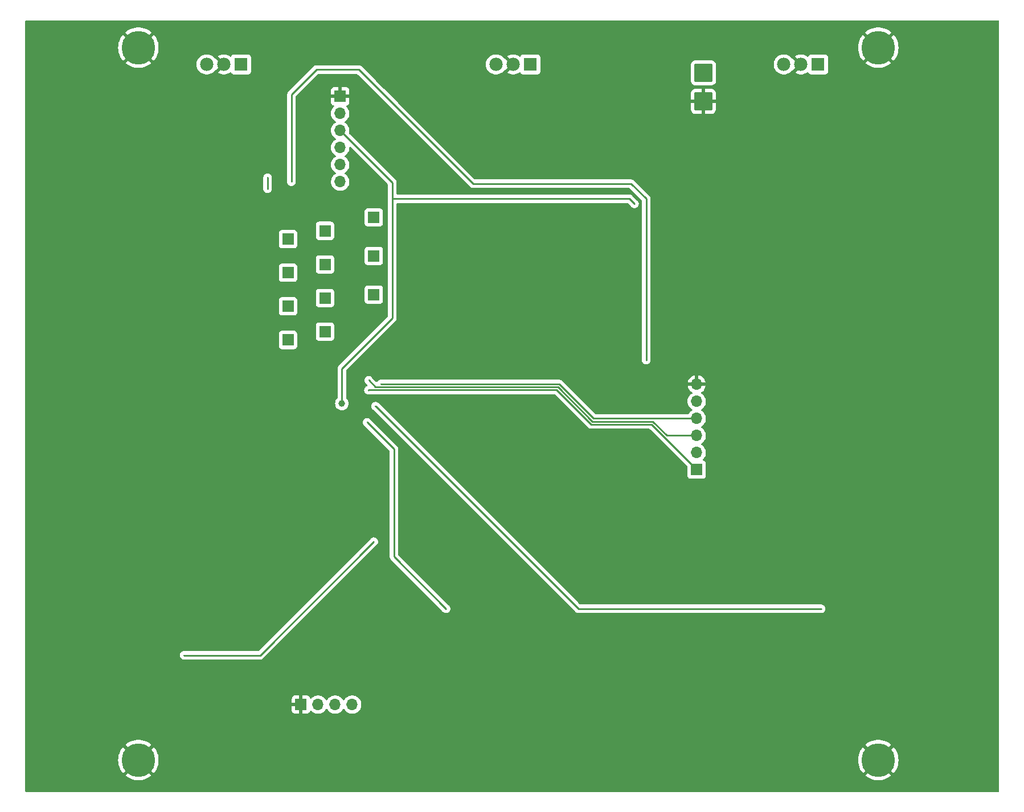
<source format=gbl>
G04 #@! TF.GenerationSoftware,KiCad,Pcbnew,7.0.1-0*
G04 #@! TF.CreationDate,2024-01-25T19:49:42+00:00*
G04 #@! TF.ProjectId,tail-lights,7461696c-2d6c-4696-9768-74732e6b6963,rev?*
G04 #@! TF.SameCoordinates,Original*
G04 #@! TF.FileFunction,Copper,L2,Bot*
G04 #@! TF.FilePolarity,Positive*
%FSLAX46Y46*%
G04 Gerber Fmt 4.6, Leading zero omitted, Abs format (unit mm)*
G04 Created by KiCad (PCBNEW 7.0.1-0) date 2024-01-25 19:49:42*
%MOMM*%
%LPD*%
G01*
G04 APERTURE LIST*
G04 Aperture macros list*
%AMRoundRect*
0 Rectangle with rounded corners*
0 $1 Rounding radius*
0 $2 $3 $4 $5 $6 $7 $8 $9 X,Y pos of 4 corners*
0 Add a 4 corners polygon primitive as box body*
4,1,4,$2,$3,$4,$5,$6,$7,$8,$9,$2,$3,0*
0 Add four circle primitives for the rounded corners*
1,1,$1+$1,$2,$3*
1,1,$1+$1,$4,$5*
1,1,$1+$1,$6,$7*
1,1,$1+$1,$8,$9*
0 Add four rect primitives between the rounded corners*
20,1,$1+$1,$2,$3,$4,$5,0*
20,1,$1+$1,$4,$5,$6,$7,0*
20,1,$1+$1,$6,$7,$8,$9,0*
20,1,$1+$1,$8,$9,$2,$3,0*%
G04 Aperture macros list end*
G04 #@! TA.AperFunction,ComponentPad*
%ADD10R,1.700000X1.700000*%
G04 #@! TD*
G04 #@! TA.AperFunction,ComponentPad*
%ADD11R,1.980000X1.980000*%
G04 #@! TD*
G04 #@! TA.AperFunction,ComponentPad*
%ADD12C,1.980000*%
G04 #@! TD*
G04 #@! TA.AperFunction,ComponentPad*
%ADD13O,1.700000X1.700000*%
G04 #@! TD*
G04 #@! TA.AperFunction,ComponentPad*
%ADD14RoundRect,0.250000X-1.125000X-1.125000X1.125000X-1.125000X1.125000X1.125000X-1.125000X1.125000X0*%
G04 #@! TD*
G04 #@! TA.AperFunction,ComponentPad*
%ADD15C,5.000000*%
G04 #@! TD*
G04 #@! TA.AperFunction,ViaPad*
%ADD16C,0.250000*%
G04 #@! TD*
G04 #@! TA.AperFunction,ViaPad*
%ADD17C,1.000000*%
G04 #@! TD*
G04 #@! TA.AperFunction,Conductor*
%ADD18C,0.250000*%
G04 #@! TD*
G04 APERTURE END LIST*
D10*
X66250000Y-69500000D03*
X79000000Y-67750000D03*
D11*
X59250000Y-33500000D03*
D12*
X56700000Y-33500000D03*
X54150000Y-33500000D03*
D10*
X68162500Y-128750000D03*
D13*
X70702500Y-128750000D03*
X73242500Y-128750000D03*
X75782500Y-128750000D03*
D10*
X71750000Y-68250000D03*
X71750000Y-73250000D03*
D14*
X128000000Y-34750000D03*
D15*
X44000000Y-137000000D03*
D10*
X66250000Y-74500000D03*
X79000000Y-62000000D03*
X127000000Y-93790000D03*
D13*
X127000000Y-91250000D03*
X127000000Y-88710000D03*
X127000000Y-86170000D03*
X127000000Y-83630000D03*
X127000000Y-81090000D03*
D10*
X66250000Y-59500000D03*
D15*
X154000000Y-31000000D03*
D10*
X74000000Y-38250000D03*
D13*
X74000000Y-40790000D03*
X74000000Y-43330000D03*
X74000000Y-45870000D03*
X74000000Y-48410000D03*
X74000000Y-50950000D03*
D10*
X79000000Y-56250000D03*
D15*
X44000000Y-31000000D03*
D10*
X66250000Y-64500000D03*
D14*
X128000000Y-39000000D03*
D15*
X154000000Y-137000000D03*
D11*
X145050000Y-33500000D03*
D12*
X142500000Y-33500000D03*
X139950000Y-33500000D03*
D10*
X71750000Y-58250000D03*
X71750000Y-63250000D03*
D11*
X102250000Y-33500000D03*
D12*
X99700000Y-33500000D03*
X97150000Y-33500000D03*
D16*
X79000000Y-104500000D03*
X50800000Y-121412000D03*
X78000000Y-86750000D03*
X89750000Y-114500000D03*
X79250000Y-84354365D03*
X145500000Y-114500000D03*
D17*
X75500000Y-71000000D03*
X99500000Y-67000000D03*
X99500000Y-48500000D03*
X71885251Y-92042911D03*
X78750000Y-78000000D03*
X154750000Y-65750000D03*
X126500000Y-57750000D03*
X44500000Y-66250000D03*
X70250000Y-84500000D03*
X154500000Y-48750000D03*
X35500000Y-119250000D03*
X67500000Y-92042911D03*
X155000000Y-83250000D03*
X154750000Y-101500000D03*
X75750000Y-92042911D03*
X44500000Y-83500000D03*
X44500000Y-48500000D03*
X99250000Y-84250000D03*
X145500000Y-119000000D03*
X99750000Y-102000000D03*
X44500000Y-102000000D03*
X90750000Y-119500000D03*
X73662500Y-113112500D03*
D16*
X119500000Y-77500000D03*
X66755579Y-50949780D03*
D17*
X74250000Y-83950000D03*
D16*
X117750000Y-54250000D03*
X63199500Y-52000000D03*
X63212086Y-50349601D03*
X80049579Y-81049579D03*
X78200511Y-81957934D03*
X78250000Y-80500000D03*
D18*
X79000000Y-104500000D02*
X62086005Y-121413995D01*
X50801995Y-121413995D02*
X50800000Y-121412000D01*
X62086005Y-121413995D02*
X50801995Y-121413995D01*
X82000000Y-106750000D02*
X82000000Y-90750000D01*
X89750000Y-114500000D02*
X82000000Y-106750000D01*
X82000000Y-90750000D02*
X78000000Y-86750000D01*
X109419591Y-114500000D02*
X145500000Y-114500000D01*
X79250000Y-84354365D02*
X79273956Y-84354365D01*
X79273956Y-84354365D02*
X109419591Y-114500000D01*
X117250000Y-51250000D02*
X93750000Y-51250000D01*
X93750000Y-51250000D02*
X76750000Y-34250000D01*
X119500000Y-53500000D02*
X117250000Y-51250000D01*
X76750000Y-34250000D02*
X70500000Y-34250000D01*
X70500000Y-34250000D02*
X66755579Y-37994421D01*
X66755579Y-37994421D02*
X66755579Y-50949780D01*
X119500000Y-77500000D02*
X119500000Y-53500000D01*
X117000000Y-53500000D02*
X81750000Y-53500000D01*
X81750000Y-71250000D02*
X81750000Y-51080000D01*
X74250000Y-83950000D02*
X74250000Y-78750000D01*
X81750000Y-51080000D02*
X74000000Y-43330000D01*
X74250000Y-78750000D02*
X81750000Y-71250000D01*
X81750000Y-53500000D02*
X81750000Y-51080000D01*
X117750000Y-54250000D02*
X117000000Y-53500000D01*
X63199500Y-52000000D02*
X63212086Y-51987414D01*
X63212086Y-51987414D02*
X63212086Y-50349601D01*
X80049579Y-81049579D02*
X106549579Y-81049579D01*
X111670000Y-86170000D02*
X127000000Y-86170000D01*
X106549579Y-81049579D02*
X111670000Y-86170000D01*
X120280000Y-87070000D02*
X127000000Y-93790000D01*
X106176787Y-81949579D02*
X111297208Y-87070000D01*
X111297208Y-87070000D02*
X120280000Y-87070000D01*
X78200511Y-81957934D02*
X78208866Y-81949579D01*
X78208866Y-81949579D02*
X106176787Y-81949579D01*
X122556396Y-88710000D02*
X127000000Y-88710000D01*
X111483604Y-86620000D02*
X120466396Y-86620000D01*
X79249579Y-81499579D02*
X106363183Y-81499579D01*
X78250000Y-80500000D02*
X79249579Y-81499579D01*
X106363183Y-81499579D02*
X111483604Y-86620000D01*
X120466396Y-86620000D02*
X122556396Y-88710000D01*
G04 #@! TA.AperFunction,Conductor*
G36*
X171896000Y-26940613D02*
G01*
X171941387Y-26986000D01*
X171958000Y-27048000D01*
X171958000Y-141608000D01*
X171941387Y-141670000D01*
X171896000Y-141715387D01*
X171834000Y-141732000D01*
X27302000Y-141732000D01*
X27240000Y-141715387D01*
X27194613Y-141670000D01*
X27178000Y-141608000D01*
X27178000Y-139290733D01*
X42062818Y-139290733D01*
X42205489Y-139410448D01*
X42497464Y-139602482D01*
X42809744Y-139759316D01*
X43138128Y-139878837D01*
X43478171Y-139959429D01*
X43825274Y-140000000D01*
X44174726Y-140000000D01*
X44521828Y-139959429D01*
X44861871Y-139878837D01*
X45190255Y-139759316D01*
X45502535Y-139602482D01*
X45794515Y-139410445D01*
X45937180Y-139290734D01*
X45937181Y-139290733D01*
X152062818Y-139290733D01*
X152205489Y-139410448D01*
X152497464Y-139602482D01*
X152809744Y-139759316D01*
X153138128Y-139878837D01*
X153478171Y-139959429D01*
X153825274Y-140000000D01*
X154174726Y-140000000D01*
X154521828Y-139959429D01*
X154861871Y-139878837D01*
X155190255Y-139759316D01*
X155502535Y-139602482D01*
X155794515Y-139410445D01*
X155937180Y-139290734D01*
X155937181Y-139290733D01*
X154000000Y-137353553D01*
X152062818Y-139290733D01*
X45937181Y-139290733D01*
X44000000Y-137353553D01*
X42062818Y-139290733D01*
X27178000Y-139290733D01*
X27178000Y-137000000D01*
X40994915Y-137000000D01*
X41015235Y-137348869D01*
X41075916Y-137693014D01*
X41176146Y-138027799D01*
X41314560Y-138348681D01*
X41489288Y-138651320D01*
X41697971Y-138931630D01*
X41706147Y-138940297D01*
X41706149Y-138940298D01*
X43646447Y-137000001D01*
X43646447Y-137000000D01*
X44353553Y-137000000D01*
X46293851Y-138940298D01*
X46302026Y-138931632D01*
X46510711Y-138651320D01*
X46685439Y-138348681D01*
X46823853Y-138027799D01*
X46924083Y-137693014D01*
X46984764Y-137348869D01*
X47005084Y-136999999D01*
X150994915Y-136999999D01*
X151015235Y-137348869D01*
X151075916Y-137693014D01*
X151176146Y-138027799D01*
X151314560Y-138348681D01*
X151489288Y-138651320D01*
X151697971Y-138931630D01*
X151706147Y-138940297D01*
X151706149Y-138940298D01*
X153646447Y-137000001D01*
X154353553Y-137000001D01*
X156293850Y-138940298D01*
X156293851Y-138940298D01*
X156302026Y-138931632D01*
X156510711Y-138651320D01*
X156685439Y-138348681D01*
X156823853Y-138027799D01*
X156924083Y-137693014D01*
X156984764Y-137348869D01*
X157005084Y-136999999D01*
X156984764Y-136651130D01*
X156924083Y-136306985D01*
X156823853Y-135972200D01*
X156685439Y-135651318D01*
X156510711Y-135348679D01*
X156302027Y-135068369D01*
X156293850Y-135059701D01*
X156293850Y-135059700D01*
X154353553Y-137000000D01*
X154353553Y-137000001D01*
X153646447Y-137000001D01*
X153646447Y-137000000D01*
X151706148Y-135059701D01*
X151706146Y-135059701D01*
X151697974Y-135068365D01*
X151489288Y-135348679D01*
X151314560Y-135651318D01*
X151176146Y-135972200D01*
X151075916Y-136306985D01*
X151015235Y-136651130D01*
X150994915Y-136999999D01*
X47005084Y-136999999D01*
X46984764Y-136651130D01*
X46924083Y-136306985D01*
X46823853Y-135972200D01*
X46685439Y-135651318D01*
X46510711Y-135348679D01*
X46302027Y-135068369D01*
X46293850Y-135059701D01*
X46293850Y-135059700D01*
X44353553Y-137000000D01*
X43646447Y-137000000D01*
X41706148Y-135059701D01*
X41706146Y-135059701D01*
X41697974Y-135068365D01*
X41489288Y-135348679D01*
X41314560Y-135651318D01*
X41176146Y-135972200D01*
X41075916Y-136306985D01*
X41015235Y-136651130D01*
X40994915Y-137000000D01*
X27178000Y-137000000D01*
X27178000Y-134709264D01*
X42062817Y-134709264D01*
X44000000Y-136646447D01*
X44000001Y-136646447D01*
X45937180Y-134709265D01*
X45937179Y-134709264D01*
X152062817Y-134709264D01*
X154000000Y-136646447D01*
X154000001Y-136646447D01*
X155937180Y-134709265D01*
X155794510Y-134589551D01*
X155502535Y-134397517D01*
X155190255Y-134240683D01*
X154861871Y-134121162D01*
X154521828Y-134040570D01*
X154174726Y-134000000D01*
X153825274Y-134000000D01*
X153478171Y-134040570D01*
X153138128Y-134121162D01*
X152809744Y-134240683D01*
X152497464Y-134397517D01*
X152205484Y-134589554D01*
X152062817Y-134709264D01*
X45937179Y-134709264D01*
X45794510Y-134589551D01*
X45502535Y-134397517D01*
X45190255Y-134240683D01*
X44861871Y-134121162D01*
X44521828Y-134040570D01*
X44174726Y-134000000D01*
X43825274Y-134000000D01*
X43478171Y-134040570D01*
X43138128Y-134121162D01*
X42809744Y-134240683D01*
X42497464Y-134397517D01*
X42205484Y-134589554D01*
X42062817Y-134709264D01*
X27178000Y-134709264D01*
X27178000Y-129000000D01*
X66812500Y-129000000D01*
X66812500Y-129647824D01*
X66818902Y-129707375D01*
X66869147Y-129842089D01*
X66955311Y-129957188D01*
X67070410Y-130043352D01*
X67205124Y-130093597D01*
X67264676Y-130100000D01*
X67912500Y-130100000D01*
X68412500Y-130100000D01*
X69060324Y-130100000D01*
X69119875Y-130093597D01*
X69254589Y-130043352D01*
X69369688Y-129957188D01*
X69455852Y-129842088D01*
X69502180Y-129717878D01*
X69538131Y-129666665D01*
X69594513Y-129639526D01*
X69656967Y-129643374D01*
X69709591Y-129677227D01*
X69737345Y-129707375D01*
X69779260Y-129752906D01*
X69956924Y-129891189D01*
X70154926Y-129998342D01*
X70367865Y-130071444D01*
X70589931Y-130108500D01*
X70815069Y-130108500D01*
X71037135Y-130071444D01*
X71250074Y-129998342D01*
X71448076Y-129891189D01*
X71625740Y-129752906D01*
X71778222Y-129587268D01*
X71868690Y-129448795D01*
X71913482Y-129407561D01*
X71972500Y-129392616D01*
X72031518Y-129407561D01*
X72076309Y-129448795D01*
X72166778Y-129587268D01*
X72319260Y-129752906D01*
X72496924Y-129891189D01*
X72694926Y-129998342D01*
X72907865Y-130071444D01*
X73129931Y-130108500D01*
X73355069Y-130108500D01*
X73577135Y-130071444D01*
X73790074Y-129998342D01*
X73988076Y-129891189D01*
X74165740Y-129752906D01*
X74318222Y-129587268D01*
X74408690Y-129448795D01*
X74453482Y-129407561D01*
X74512500Y-129392616D01*
X74571518Y-129407561D01*
X74616309Y-129448795D01*
X74706778Y-129587268D01*
X74859260Y-129752906D01*
X75036924Y-129891189D01*
X75234926Y-129998342D01*
X75447865Y-130071444D01*
X75669931Y-130108500D01*
X75895069Y-130108500D01*
X76117135Y-130071444D01*
X76330074Y-129998342D01*
X76528076Y-129891189D01*
X76705740Y-129752906D01*
X76858222Y-129587268D01*
X76981360Y-129398791D01*
X77071796Y-129192616D01*
X77127064Y-128974368D01*
X77145656Y-128750000D01*
X77127064Y-128525632D01*
X77071796Y-128307384D01*
X76981360Y-128101209D01*
X76858222Y-127912732D01*
X76705740Y-127747094D01*
X76528076Y-127608811D01*
X76330074Y-127501658D01*
X76330073Y-127501657D01*
X76330072Y-127501657D01*
X76117136Y-127428556D01*
X75895069Y-127391500D01*
X75669931Y-127391500D01*
X75447863Y-127428556D01*
X75234927Y-127501657D01*
X75036924Y-127608811D01*
X74859260Y-127747094D01*
X74706775Y-127912734D01*
X74616307Y-128051205D01*
X74571516Y-128092438D01*
X74512498Y-128107383D01*
X74453481Y-128092437D01*
X74408690Y-128051204D01*
X74318222Y-127912732D01*
X74318220Y-127912730D01*
X74165740Y-127747094D01*
X73988076Y-127608811D01*
X73790074Y-127501658D01*
X73790073Y-127501657D01*
X73790072Y-127501657D01*
X73577136Y-127428556D01*
X73355069Y-127391500D01*
X73129931Y-127391500D01*
X72907863Y-127428556D01*
X72694927Y-127501657D01*
X72496924Y-127608811D01*
X72319260Y-127747094D01*
X72166775Y-127912734D01*
X72076307Y-128051205D01*
X72031516Y-128092438D01*
X71972498Y-128107383D01*
X71913481Y-128092437D01*
X71868690Y-128051204D01*
X71778222Y-127912732D01*
X71778220Y-127912730D01*
X71625740Y-127747094D01*
X71448076Y-127608811D01*
X71250074Y-127501658D01*
X71250073Y-127501657D01*
X71250072Y-127501657D01*
X71037136Y-127428556D01*
X70815069Y-127391500D01*
X70589931Y-127391500D01*
X70367863Y-127428556D01*
X70154927Y-127501657D01*
X69956924Y-127608811D01*
X69779259Y-127747094D01*
X69709590Y-127822773D01*
X69656966Y-127856626D01*
X69594512Y-127860473D01*
X69538131Y-127833335D01*
X69502180Y-127782121D01*
X69455852Y-127657911D01*
X69369688Y-127542811D01*
X69254589Y-127456647D01*
X69119875Y-127406402D01*
X69060324Y-127400000D01*
X68412500Y-127400000D01*
X68412500Y-130100000D01*
X67912500Y-130100000D01*
X67912500Y-129000000D01*
X66812500Y-129000000D01*
X27178000Y-129000000D01*
X27178000Y-128500000D01*
X66812500Y-128500000D01*
X67912500Y-128500000D01*
X67912500Y-127400000D01*
X67264676Y-127400000D01*
X67205124Y-127406402D01*
X67070410Y-127456647D01*
X66955311Y-127542811D01*
X66869147Y-127657910D01*
X66818902Y-127792624D01*
X66812500Y-127852176D01*
X66812500Y-128500000D01*
X27178000Y-128500000D01*
X27178000Y-121411996D01*
X50161846Y-121411996D01*
X50167034Y-121454719D01*
X50167877Y-121465770D01*
X50169326Y-121511889D01*
X50170710Y-121516651D01*
X50172408Y-121526376D01*
X50174005Y-121531291D01*
X50179169Y-121554658D01*
X50180391Y-121564722D01*
X50196951Y-121608388D01*
X50200085Y-121617761D01*
X50213981Y-121665591D01*
X50213982Y-121665593D01*
X50215138Y-121667549D01*
X50221387Y-121681390D01*
X50222699Y-121683456D01*
X50233943Y-121705924D01*
X50234944Y-121708564D01*
X50263554Y-121750013D01*
X50268236Y-121757332D01*
X50295768Y-121803887D01*
X50308764Y-121820107D01*
X50319778Y-121832908D01*
X50322336Y-121835174D01*
X50362801Y-121871023D01*
X50368238Y-121876142D01*
X50382220Y-121890125D01*
X50382224Y-121890128D01*
X50382225Y-121890129D01*
X50385488Y-121892660D01*
X50394364Y-121900240D01*
X50413848Y-121918537D01*
X50428839Y-121932614D01*
X50429043Y-121932758D01*
X50444497Y-121940868D01*
X50462880Y-121952690D01*
X50476954Y-121963608D01*
X50517286Y-121981061D01*
X50517610Y-121981201D01*
X50528093Y-121986336D01*
X50566935Y-122007690D01*
X50586705Y-122012766D01*
X50605110Y-122019066D01*
X50623850Y-122027176D01*
X50667613Y-122034106D01*
X50679040Y-122036473D01*
X50721965Y-122047495D01*
X50742386Y-122047495D01*
X50761783Y-122049021D01*
X50770550Y-122050410D01*
X50781937Y-122052214D01*
X50781937Y-122052213D01*
X50781938Y-122052214D01*
X50826044Y-122048044D01*
X50837713Y-122047495D01*
X62002372Y-122047495D01*
X62023113Y-122049784D01*
X62025910Y-122049696D01*
X62025914Y-122049697D01*
X62094022Y-122047555D01*
X62097918Y-122047495D01*
X62125859Y-122047495D01*
X62125861Y-122047495D01*
X62129961Y-122046976D01*
X62141611Y-122046059D01*
X62185894Y-122044668D01*
X62205503Y-122038970D01*
X62224536Y-122035028D01*
X62244802Y-122032469D01*
X62286011Y-122016152D01*
X62297042Y-122012375D01*
X62339598Y-122000013D01*
X62357165Y-121989623D01*
X62374637Y-121981063D01*
X62393622Y-121973547D01*
X62429480Y-121947493D01*
X62439228Y-121941091D01*
X62477367Y-121918537D01*
X62491805Y-121904098D01*
X62506593Y-121891467D01*
X62523112Y-121879467D01*
X62551364Y-121845314D01*
X62559208Y-121836694D01*
X79431786Y-104964117D01*
X79437206Y-104959015D01*
X79477664Y-104923174D01*
X79509401Y-104877193D01*
X79513456Y-104871654D01*
X79549614Y-104825041D01*
X79550245Y-104823580D01*
X79551860Y-104819852D01*
X79563617Y-104798648D01*
X79565056Y-104796564D01*
X79586163Y-104740904D01*
X79588296Y-104735648D01*
X79613181Y-104678145D01*
X79613486Y-104676213D01*
X79619505Y-104653570D01*
X79619607Y-104652723D01*
X79619609Y-104652720D01*
X79627226Y-104589976D01*
X79627848Y-104585536D01*
X79638220Y-104520057D01*
X79638219Y-104520053D01*
X79638425Y-104518757D01*
X79638623Y-104503877D01*
X79638152Y-104500003D01*
X79638153Y-104500000D01*
X79630092Y-104433621D01*
X79629741Y-104430364D01*
X79623157Y-104360708D01*
X79623155Y-104360703D01*
X79622739Y-104356298D01*
X79622255Y-104354258D01*
X79594617Y-104281382D01*
X79593890Y-104279414D01*
X79568151Y-104207920D01*
X79522886Y-104142342D01*
X79522378Y-104141600D01*
X79478973Y-104077730D01*
X79477948Y-104076826D01*
X79419688Y-104025463D01*
X79419558Y-104025348D01*
X79359604Y-103972233D01*
X79291675Y-103937622D01*
X79290346Y-103936934D01*
X79220092Y-103900063D01*
X79146212Y-103883548D01*
X79143589Y-103882932D01*
X79071475Y-103865157D01*
X79062891Y-103864210D01*
X79060091Y-103864298D01*
X79032765Y-103865157D01*
X78991983Y-103866439D01*
X78988087Y-103866500D01*
X78920768Y-103866500D01*
X78900227Y-103869322D01*
X78900112Y-103869325D01*
X78838224Y-103887306D01*
X78833306Y-103888626D01*
X78773705Y-103903317D01*
X78773077Y-103903647D01*
X78750067Y-103912918D01*
X78746407Y-103913981D01*
X78694079Y-103944927D01*
X78688588Y-103947989D01*
X78637487Y-103974809D01*
X78634191Y-103977730D01*
X78615096Y-103991638D01*
X78608640Y-103995456D01*
X78568235Y-104035860D01*
X78562784Y-104040991D01*
X78522333Y-104076828D01*
X78517738Y-104083485D01*
X78503373Y-104100721D01*
X61859919Y-120744176D01*
X61819691Y-120771056D01*
X61772238Y-120780495D01*
X50900071Y-120780495D01*
X50883640Y-120778500D01*
X50876921Y-120778500D01*
X50859616Y-120778500D01*
X50840217Y-120776973D01*
X50820058Y-120773780D01*
X50820057Y-120773780D01*
X50787318Y-120776874D01*
X50775943Y-120777950D01*
X50764274Y-120778500D01*
X50723079Y-120778500D01*
X50702697Y-120783523D01*
X50684699Y-120786574D01*
X50660707Y-120788842D01*
X50622467Y-120802609D01*
X50610143Y-120806335D01*
X50573708Y-120815315D01*
X50551862Y-120826781D01*
X50536247Y-120833650D01*
X50510110Y-120843060D01*
X50479533Y-120863840D01*
X50467463Y-120871077D01*
X50437490Y-120886808D01*
X50416266Y-120905610D01*
X50403742Y-120915348D01*
X50377728Y-120933027D01*
X50355708Y-120958003D01*
X50344931Y-120968807D01*
X50322335Y-120988827D01*
X50304146Y-121015178D01*
X50295113Y-121026736D01*
X50271879Y-121053089D01*
X50258435Y-121079476D01*
X50250003Y-121093617D01*
X50234944Y-121115434D01*
X50222285Y-121148812D01*
X50216830Y-121161130D01*
X50199215Y-121195703D01*
X50193557Y-121221015D01*
X50188486Y-121237934D01*
X50180389Y-121259282D01*
X50175644Y-121298356D01*
X50173563Y-121310452D01*
X50164297Y-121351908D01*
X50164521Y-121359030D01*
X50164112Y-121364242D01*
X50164601Y-121372028D01*
X50163941Y-121394742D01*
X50161846Y-121411996D01*
X27178000Y-121411996D01*
X27178000Y-86749999D01*
X77361846Y-86749999D01*
X77367034Y-86792719D01*
X77367877Y-86803770D01*
X77369326Y-86849891D01*
X77374507Y-86867723D01*
X77378525Y-86887364D01*
X77380390Y-86902719D01*
X77396951Y-86946388D01*
X77400085Y-86955762D01*
X77413981Y-87003592D01*
X77421560Y-87016407D01*
X77430769Y-87035555D01*
X77434944Y-87046565D01*
X77463554Y-87088013D01*
X77468236Y-87095332D01*
X77495458Y-87141362D01*
X77503372Y-87149276D01*
X77517741Y-87166517D01*
X77522334Y-87173172D01*
X77522335Y-87173173D01*
X77522336Y-87173174D01*
X77562800Y-87209022D01*
X77568237Y-87214141D01*
X81330181Y-90976085D01*
X81357061Y-91016313D01*
X81366500Y-91063766D01*
X81366500Y-106666367D01*
X81364210Y-106687108D01*
X81366439Y-106758017D01*
X81366500Y-106761913D01*
X81366500Y-106789855D01*
X81367018Y-106793956D01*
X81367934Y-106805597D01*
X81369326Y-106849888D01*
X81375022Y-106869492D01*
X81378967Y-106888544D01*
X81381525Y-106908798D01*
X81397838Y-106950001D01*
X81401621Y-106961049D01*
X81413982Y-107003593D01*
X81424374Y-107021166D01*
X81432931Y-107038633D01*
X81440448Y-107057618D01*
X81466491Y-107093463D01*
X81472905Y-107103227D01*
X81495458Y-107141362D01*
X81509890Y-107155794D01*
X81522526Y-107170589D01*
X81534526Y-107187105D01*
X81568667Y-107215349D01*
X81577308Y-107223212D01*
X89253374Y-114899279D01*
X89267739Y-114916514D01*
X89272336Y-114923174D01*
X89300654Y-114948262D01*
X89312773Y-114958998D01*
X89318226Y-114964132D01*
X89330226Y-114976132D01*
X89342184Y-114985407D01*
X89348415Y-114990575D01*
X89387484Y-115025188D01*
X89396281Y-115029805D01*
X89414659Y-115041625D01*
X89421535Y-115046958D01*
X89424959Y-115049614D01*
X89447925Y-115059552D01*
X89472355Y-115070124D01*
X89480736Y-115074130D01*
X89523707Y-115096683D01*
X89536929Y-115099942D01*
X89556502Y-115106537D01*
X89571855Y-115113181D01*
X89581852Y-115114764D01*
X89619245Y-115120687D01*
X89629512Y-115122761D01*
X89673079Y-115133500D01*
X89690384Y-115133500D01*
X89709783Y-115135027D01*
X89729943Y-115138220D01*
X89774056Y-115134050D01*
X89785726Y-115133500D01*
X89826917Y-115133500D01*
X89826921Y-115133500D01*
X89847306Y-115128475D01*
X89865297Y-115125424D01*
X89889292Y-115123157D01*
X89927543Y-115109384D01*
X89939843Y-115105666D01*
X89976292Y-115096683D01*
X89998132Y-115085219D01*
X90013740Y-115078352D01*
X90039889Y-115068939D01*
X90070466Y-115048157D01*
X90082514Y-115040932D01*
X90112512Y-115025190D01*
X90133728Y-115006392D01*
X90146260Y-114996648D01*
X90172271Y-114978972D01*
X90174775Y-114976132D01*
X90194289Y-114953996D01*
X90205060Y-114943199D01*
X90227664Y-114923174D01*
X90245861Y-114896809D01*
X90254877Y-114885272D01*
X90278120Y-114858910D01*
X90291566Y-114832519D01*
X90300000Y-114818375D01*
X90306800Y-114808524D01*
X90315056Y-114796564D01*
X90327713Y-114763188D01*
X90333163Y-114750879D01*
X90350785Y-114716296D01*
X90356444Y-114690975D01*
X90361512Y-114674065D01*
X90369609Y-114652720D01*
X90374353Y-114613644D01*
X90376436Y-114601541D01*
X90377307Y-114597646D01*
X90385702Y-114560091D01*
X90385002Y-114537842D01*
X90385844Y-114519006D01*
X90388153Y-114500000D01*
X90382963Y-114457262D01*
X90382123Y-114446240D01*
X90380673Y-114400110D01*
X90375492Y-114382278D01*
X90371472Y-114362628D01*
X90369609Y-114347280D01*
X90353047Y-114303611D01*
X90349913Y-114294236D01*
X90349402Y-114292476D01*
X90336018Y-114246407D01*
X90328440Y-114233593D01*
X90319228Y-114214438D01*
X90315055Y-114203434D01*
X90286441Y-114161980D01*
X90281774Y-114154685D01*
X90254542Y-114108638D01*
X90246627Y-114100723D01*
X90232259Y-114083482D01*
X90227665Y-114076827D01*
X90187216Y-114040992D01*
X90181762Y-114035858D01*
X82669819Y-106523914D01*
X82642939Y-106483686D01*
X82633500Y-106436233D01*
X82633500Y-90833633D01*
X82635789Y-90812891D01*
X82635701Y-90810094D01*
X82635702Y-90810091D01*
X82633560Y-90741982D01*
X82633500Y-90738087D01*
X82633500Y-90710146D01*
X82632982Y-90706049D01*
X82632064Y-90694390D01*
X82630673Y-90650110D01*
X82624978Y-90630511D01*
X82621033Y-90611462D01*
X82618474Y-90591203D01*
X82602162Y-90550004D01*
X82598377Y-90538950D01*
X82586018Y-90496407D01*
X82583007Y-90491316D01*
X82575624Y-90478831D01*
X82567064Y-90461357D01*
X82559552Y-90442384D01*
X82559552Y-90442383D01*
X82533510Y-90406540D01*
X82527095Y-90396773D01*
X82504544Y-90358639D01*
X82504542Y-90358637D01*
X82490101Y-90344196D01*
X82477469Y-90329405D01*
X82465474Y-90312895D01*
X82465472Y-90312893D01*
X82431324Y-90284643D01*
X82422696Y-90276791D01*
X78496626Y-86350721D01*
X78482255Y-86333477D01*
X78477663Y-86326824D01*
X78437225Y-86291000D01*
X78431770Y-86285865D01*
X78419770Y-86273865D01*
X78407815Y-86264592D01*
X78401587Y-86259427D01*
X78362513Y-86224810D01*
X78353712Y-86220191D01*
X78335343Y-86208377D01*
X78326915Y-86201840D01*
X78325041Y-86200386D01*
X78277639Y-86179873D01*
X78269264Y-86175870D01*
X78261223Y-86171650D01*
X78226292Y-86153317D01*
X78213062Y-86150055D01*
X78193497Y-86143462D01*
X78178144Y-86136818D01*
X78130764Y-86129314D01*
X78120489Y-86127238D01*
X78076922Y-86116500D01*
X78076921Y-86116500D01*
X78059616Y-86116500D01*
X78040217Y-86114973D01*
X78020058Y-86111780D01*
X78020057Y-86111780D01*
X77987318Y-86114874D01*
X77975943Y-86115950D01*
X77964274Y-86116500D01*
X77923079Y-86116500D01*
X77902697Y-86121523D01*
X77884699Y-86124574D01*
X77860707Y-86126842D01*
X77822467Y-86140609D01*
X77810143Y-86144335D01*
X77773708Y-86153315D01*
X77751862Y-86164781D01*
X77736247Y-86171650D01*
X77710110Y-86181060D01*
X77679533Y-86201840D01*
X77667463Y-86209077D01*
X77637490Y-86224808D01*
X77616266Y-86243610D01*
X77603742Y-86253348D01*
X77577728Y-86271027D01*
X77555708Y-86296003D01*
X77544931Y-86306807D01*
X77522335Y-86326827D01*
X77504146Y-86353178D01*
X77495113Y-86364736D01*
X77471879Y-86391089D01*
X77458435Y-86417476D01*
X77450003Y-86431617D01*
X77434944Y-86453434D01*
X77422285Y-86486812D01*
X77416830Y-86499130D01*
X77399215Y-86533703D01*
X77393557Y-86559015D01*
X77388486Y-86575934D01*
X77380389Y-86597282D01*
X77375644Y-86636356D01*
X77373563Y-86648452D01*
X77364297Y-86689906D01*
X77364997Y-86712157D01*
X77364154Y-86730997D01*
X77361846Y-86749999D01*
X27178000Y-86749999D01*
X27178000Y-75398634D01*
X64891500Y-75398634D01*
X64898011Y-75459205D01*
X64949110Y-75596203D01*
X65036738Y-75713261D01*
X65153796Y-75800889D01*
X65290794Y-75851988D01*
X65290797Y-75851988D01*
X65290799Y-75851989D01*
X65351362Y-75858500D01*
X67148634Y-75858500D01*
X67148638Y-75858500D01*
X67209201Y-75851989D01*
X67209203Y-75851988D01*
X67209205Y-75851988D01*
X67287124Y-75822924D01*
X67346204Y-75800889D01*
X67463261Y-75713261D01*
X67550889Y-75596204D01*
X67601989Y-75459201D01*
X67608500Y-75398638D01*
X67608500Y-74148634D01*
X70391500Y-74148634D01*
X70398011Y-74209205D01*
X70449110Y-74346203D01*
X70536738Y-74463261D01*
X70653796Y-74550889D01*
X70790794Y-74601988D01*
X70790797Y-74601988D01*
X70790799Y-74601989D01*
X70851362Y-74608500D01*
X72648634Y-74608500D01*
X72648638Y-74608500D01*
X72709201Y-74601989D01*
X72709203Y-74601988D01*
X72709205Y-74601988D01*
X72787124Y-74572924D01*
X72846204Y-74550889D01*
X72963261Y-74463261D01*
X73050889Y-74346204D01*
X73101989Y-74209201D01*
X73108500Y-74148638D01*
X73108500Y-72351362D01*
X73101989Y-72290799D01*
X73101988Y-72290797D01*
X73101988Y-72290794D01*
X73050889Y-72153796D01*
X72963261Y-72036738D01*
X72846203Y-71949110D01*
X72709205Y-71898011D01*
X72678919Y-71894755D01*
X72648638Y-71891500D01*
X70851362Y-71891500D01*
X70824445Y-71894393D01*
X70790794Y-71898011D01*
X70653796Y-71949110D01*
X70536738Y-72036738D01*
X70449110Y-72153796D01*
X70398011Y-72290794D01*
X70391500Y-72351366D01*
X70391500Y-74148634D01*
X67608500Y-74148634D01*
X67608500Y-73601362D01*
X67601989Y-73540799D01*
X67601988Y-73540797D01*
X67601988Y-73540794D01*
X67550889Y-73403796D01*
X67463261Y-73286738D01*
X67346203Y-73199110D01*
X67209205Y-73148011D01*
X67178919Y-73144755D01*
X67148638Y-73141500D01*
X65351362Y-73141500D01*
X65324445Y-73144393D01*
X65290794Y-73148011D01*
X65153796Y-73199110D01*
X65036738Y-73286738D01*
X64949110Y-73403796D01*
X64898011Y-73540794D01*
X64891500Y-73601366D01*
X64891500Y-75398634D01*
X27178000Y-75398634D01*
X27178000Y-70398634D01*
X64891500Y-70398634D01*
X64898011Y-70459205D01*
X64949110Y-70596203D01*
X65036738Y-70713261D01*
X65153796Y-70800889D01*
X65290794Y-70851988D01*
X65290797Y-70851988D01*
X65290799Y-70851989D01*
X65351362Y-70858500D01*
X67148634Y-70858500D01*
X67148638Y-70858500D01*
X67209201Y-70851989D01*
X67209203Y-70851988D01*
X67209205Y-70851988D01*
X67287124Y-70822924D01*
X67346204Y-70800889D01*
X67463261Y-70713261D01*
X67550889Y-70596204D01*
X67601989Y-70459201D01*
X67608500Y-70398638D01*
X67608500Y-69148634D01*
X70391500Y-69148634D01*
X70398011Y-69209205D01*
X70449110Y-69346203D01*
X70536738Y-69463261D01*
X70653796Y-69550889D01*
X70790794Y-69601988D01*
X70790797Y-69601988D01*
X70790799Y-69601989D01*
X70851362Y-69608500D01*
X72648634Y-69608500D01*
X72648638Y-69608500D01*
X72709201Y-69601989D01*
X72709203Y-69601988D01*
X72709205Y-69601988D01*
X72787124Y-69572924D01*
X72846204Y-69550889D01*
X72963261Y-69463261D01*
X73050889Y-69346204D01*
X73101989Y-69209201D01*
X73108500Y-69148638D01*
X73108500Y-68648634D01*
X77641500Y-68648634D01*
X77648011Y-68709205D01*
X77699110Y-68846203D01*
X77786738Y-68963261D01*
X77903796Y-69050889D01*
X78040794Y-69101988D01*
X78040797Y-69101988D01*
X78040799Y-69101989D01*
X78101362Y-69108500D01*
X79898634Y-69108500D01*
X79898638Y-69108500D01*
X79959201Y-69101989D01*
X79959203Y-69101988D01*
X79959205Y-69101988D01*
X80037124Y-69072924D01*
X80096204Y-69050889D01*
X80213261Y-68963261D01*
X80300889Y-68846204D01*
X80351989Y-68709201D01*
X80358500Y-68648638D01*
X80358500Y-66851362D01*
X80351989Y-66790799D01*
X80351988Y-66790797D01*
X80351988Y-66790794D01*
X80300889Y-66653796D01*
X80213261Y-66536738D01*
X80096203Y-66449110D01*
X79959205Y-66398011D01*
X79928919Y-66394755D01*
X79898638Y-66391500D01*
X78101362Y-66391500D01*
X78074445Y-66394393D01*
X78040794Y-66398011D01*
X77903796Y-66449110D01*
X77786738Y-66536738D01*
X77699110Y-66653796D01*
X77648011Y-66790794D01*
X77641500Y-66851366D01*
X77641500Y-68648634D01*
X73108500Y-68648634D01*
X73108500Y-67351362D01*
X73101989Y-67290799D01*
X73101988Y-67290797D01*
X73101988Y-67290794D01*
X73050889Y-67153796D01*
X72963261Y-67036738D01*
X72846203Y-66949110D01*
X72709205Y-66898011D01*
X72678919Y-66894755D01*
X72648638Y-66891500D01*
X70851362Y-66891500D01*
X70824445Y-66894393D01*
X70790794Y-66898011D01*
X70653796Y-66949110D01*
X70536738Y-67036738D01*
X70449110Y-67153796D01*
X70398011Y-67290794D01*
X70391500Y-67351366D01*
X70391500Y-69148634D01*
X67608500Y-69148634D01*
X67608500Y-68601362D01*
X67601989Y-68540799D01*
X67601988Y-68540797D01*
X67601988Y-68540794D01*
X67550889Y-68403796D01*
X67463261Y-68286738D01*
X67346203Y-68199110D01*
X67209205Y-68148011D01*
X67178919Y-68144755D01*
X67148638Y-68141500D01*
X65351362Y-68141500D01*
X65324445Y-68144393D01*
X65290794Y-68148011D01*
X65153796Y-68199110D01*
X65036738Y-68286738D01*
X64949110Y-68403796D01*
X64898011Y-68540794D01*
X64891500Y-68601366D01*
X64891500Y-70398634D01*
X27178000Y-70398634D01*
X27178000Y-65398634D01*
X64891500Y-65398634D01*
X64898011Y-65459205D01*
X64949110Y-65596203D01*
X65036738Y-65713261D01*
X65153796Y-65800889D01*
X65290794Y-65851988D01*
X65290797Y-65851988D01*
X65290799Y-65851989D01*
X65351362Y-65858500D01*
X67148634Y-65858500D01*
X67148638Y-65858500D01*
X67209201Y-65851989D01*
X67209203Y-65851988D01*
X67209205Y-65851988D01*
X67287124Y-65822924D01*
X67346204Y-65800889D01*
X67463261Y-65713261D01*
X67550889Y-65596204D01*
X67601989Y-65459201D01*
X67608500Y-65398638D01*
X67608500Y-64148634D01*
X70391500Y-64148634D01*
X70398011Y-64209205D01*
X70449110Y-64346203D01*
X70536738Y-64463261D01*
X70653796Y-64550889D01*
X70790794Y-64601988D01*
X70790797Y-64601988D01*
X70790799Y-64601989D01*
X70851362Y-64608500D01*
X72648634Y-64608500D01*
X72648638Y-64608500D01*
X72709201Y-64601989D01*
X72709203Y-64601988D01*
X72709205Y-64601988D01*
X72787124Y-64572924D01*
X72846204Y-64550889D01*
X72963261Y-64463261D01*
X73050889Y-64346204D01*
X73101989Y-64209201D01*
X73108500Y-64148638D01*
X73108500Y-62898634D01*
X77641500Y-62898634D01*
X77648011Y-62959205D01*
X77699110Y-63096203D01*
X77786738Y-63213261D01*
X77903796Y-63300889D01*
X78040794Y-63351988D01*
X78040797Y-63351988D01*
X78040799Y-63351989D01*
X78101362Y-63358500D01*
X79898634Y-63358500D01*
X79898638Y-63358500D01*
X79959201Y-63351989D01*
X79959203Y-63351988D01*
X79959205Y-63351988D01*
X80037124Y-63322924D01*
X80096204Y-63300889D01*
X80213261Y-63213261D01*
X80300889Y-63096204D01*
X80351989Y-62959201D01*
X80358500Y-62898638D01*
X80358500Y-61101362D01*
X80351989Y-61040799D01*
X80351988Y-61040797D01*
X80351988Y-61040794D01*
X80300889Y-60903796D01*
X80213261Y-60786738D01*
X80096203Y-60699110D01*
X79959205Y-60648011D01*
X79928919Y-60644755D01*
X79898638Y-60641500D01*
X78101362Y-60641500D01*
X78074445Y-60644393D01*
X78040794Y-60648011D01*
X77903796Y-60699110D01*
X77786738Y-60786738D01*
X77699110Y-60903796D01*
X77648011Y-61040794D01*
X77641500Y-61101366D01*
X77641500Y-62898634D01*
X73108500Y-62898634D01*
X73108500Y-62351362D01*
X73101989Y-62290799D01*
X73101988Y-62290797D01*
X73101988Y-62290794D01*
X73050889Y-62153796D01*
X72963261Y-62036738D01*
X72846203Y-61949110D01*
X72709205Y-61898011D01*
X72678919Y-61894755D01*
X72648638Y-61891500D01*
X70851362Y-61891500D01*
X70824445Y-61894393D01*
X70790794Y-61898011D01*
X70653796Y-61949110D01*
X70536738Y-62036738D01*
X70449110Y-62153796D01*
X70398011Y-62290794D01*
X70391500Y-62351366D01*
X70391500Y-64148634D01*
X67608500Y-64148634D01*
X67608500Y-63601362D01*
X67601989Y-63540799D01*
X67601988Y-63540797D01*
X67601988Y-63540794D01*
X67550889Y-63403796D01*
X67463261Y-63286738D01*
X67346203Y-63199110D01*
X67209205Y-63148011D01*
X67178919Y-63144755D01*
X67148638Y-63141500D01*
X65351362Y-63141500D01*
X65324445Y-63144393D01*
X65290794Y-63148011D01*
X65153796Y-63199110D01*
X65036738Y-63286738D01*
X64949110Y-63403796D01*
X64898011Y-63540794D01*
X64891500Y-63601366D01*
X64891500Y-65398634D01*
X27178000Y-65398634D01*
X27178000Y-60398634D01*
X64891500Y-60398634D01*
X64898011Y-60459205D01*
X64949110Y-60596203D01*
X65036738Y-60713261D01*
X65153796Y-60800889D01*
X65290794Y-60851988D01*
X65290797Y-60851988D01*
X65290799Y-60851989D01*
X65351362Y-60858500D01*
X67148634Y-60858500D01*
X67148638Y-60858500D01*
X67209201Y-60851989D01*
X67209203Y-60851988D01*
X67209205Y-60851988D01*
X67287124Y-60822924D01*
X67346204Y-60800889D01*
X67463261Y-60713261D01*
X67550889Y-60596204D01*
X67601989Y-60459201D01*
X67608500Y-60398638D01*
X67608500Y-59148634D01*
X70391500Y-59148634D01*
X70398011Y-59209205D01*
X70449110Y-59346203D01*
X70536738Y-59463261D01*
X70653796Y-59550889D01*
X70790794Y-59601988D01*
X70790797Y-59601988D01*
X70790799Y-59601989D01*
X70851362Y-59608500D01*
X72648634Y-59608500D01*
X72648638Y-59608500D01*
X72709201Y-59601989D01*
X72709203Y-59601988D01*
X72709205Y-59601988D01*
X72787124Y-59572924D01*
X72846204Y-59550889D01*
X72963261Y-59463261D01*
X73050889Y-59346204D01*
X73101989Y-59209201D01*
X73108500Y-59148638D01*
X73108500Y-57351362D01*
X73101989Y-57290799D01*
X73101988Y-57290797D01*
X73101988Y-57290794D01*
X73050889Y-57153796D01*
X73047025Y-57148634D01*
X77641500Y-57148634D01*
X77648011Y-57209205D01*
X77699110Y-57346203D01*
X77786738Y-57463261D01*
X77903796Y-57550889D01*
X78040794Y-57601988D01*
X78040797Y-57601988D01*
X78040799Y-57601989D01*
X78101362Y-57608500D01*
X79898634Y-57608500D01*
X79898638Y-57608500D01*
X79959201Y-57601989D01*
X79959203Y-57601988D01*
X79959205Y-57601988D01*
X80037124Y-57572924D01*
X80096204Y-57550889D01*
X80213261Y-57463261D01*
X80300889Y-57346204D01*
X80351989Y-57209201D01*
X80358500Y-57148638D01*
X80358500Y-55351362D01*
X80351989Y-55290799D01*
X80351988Y-55290797D01*
X80351988Y-55290794D01*
X80300889Y-55153796D01*
X80213261Y-55036738D01*
X80096203Y-54949110D01*
X79959205Y-54898011D01*
X79928919Y-54894755D01*
X79898638Y-54891500D01*
X78101362Y-54891500D01*
X78074445Y-54894393D01*
X78040794Y-54898011D01*
X77903796Y-54949110D01*
X77786738Y-55036738D01*
X77699110Y-55153796D01*
X77648011Y-55290794D01*
X77641500Y-55351366D01*
X77641500Y-57148634D01*
X73047025Y-57148634D01*
X72963261Y-57036738D01*
X72846203Y-56949110D01*
X72709205Y-56898011D01*
X72678919Y-56894755D01*
X72648638Y-56891500D01*
X70851362Y-56891500D01*
X70824445Y-56894393D01*
X70790794Y-56898011D01*
X70653796Y-56949110D01*
X70536738Y-57036738D01*
X70449110Y-57153796D01*
X70398011Y-57290794D01*
X70391500Y-57351366D01*
X70391500Y-59148634D01*
X67608500Y-59148634D01*
X67608500Y-58601362D01*
X67601989Y-58540799D01*
X67601988Y-58540797D01*
X67601988Y-58540794D01*
X67550889Y-58403796D01*
X67463261Y-58286738D01*
X67346203Y-58199110D01*
X67209205Y-58148011D01*
X67178919Y-58144755D01*
X67148638Y-58141500D01*
X65351362Y-58141500D01*
X65324445Y-58144393D01*
X65290794Y-58148011D01*
X65153796Y-58199110D01*
X65036738Y-58286738D01*
X64949110Y-58403796D01*
X64898011Y-58540794D01*
X64891500Y-58601366D01*
X64891500Y-60398634D01*
X27178000Y-60398634D01*
X27178000Y-51996137D01*
X62560878Y-51996137D01*
X62569402Y-52066349D01*
X62569755Y-52069620D01*
X62576757Y-52143678D01*
X62577253Y-52145765D01*
X62604887Y-52218630D01*
X62605614Y-52220597D01*
X62631350Y-52292082D01*
X62676568Y-52357591D01*
X62677076Y-52358333D01*
X62720527Y-52422271D01*
X62748642Y-52447057D01*
X62779716Y-52474452D01*
X62779899Y-52474699D01*
X62779942Y-52474651D01*
X62833703Y-52522280D01*
X62839896Y-52527766D01*
X62840588Y-52528119D01*
X62840590Y-52528120D01*
X62907911Y-52562421D01*
X62909054Y-52563012D01*
X62973208Y-52596683D01*
X62973209Y-52596683D01*
X62979403Y-52599934D01*
X62983199Y-52600782D01*
X62983204Y-52600785D01*
X63053296Y-52616452D01*
X63055923Y-52617070D01*
X63076712Y-52622194D01*
X63122579Y-52633500D01*
X63122580Y-52633500D01*
X63128021Y-52634841D01*
X63136608Y-52635789D01*
X63139405Y-52635701D01*
X63139409Y-52635702D01*
X63207517Y-52633560D01*
X63211413Y-52633500D01*
X63278743Y-52633500D01*
X63299286Y-52630676D01*
X63299389Y-52630673D01*
X63361311Y-52612681D01*
X63366206Y-52611368D01*
X63425792Y-52596683D01*
X63426402Y-52596362D01*
X63449437Y-52587079D01*
X63453093Y-52586018D01*
X63505436Y-52555061D01*
X63510908Y-52552010D01*
X63562012Y-52525190D01*
X63565298Y-52522278D01*
X63584412Y-52508355D01*
X63590862Y-52504542D01*
X63600897Y-52494506D01*
X63617182Y-52481459D01*
X63619099Y-52479416D01*
X63619104Y-52479414D01*
X63642051Y-52454976D01*
X63650199Y-52447062D01*
X63677164Y-52423174D01*
X63686097Y-52410231D01*
X63690136Y-52404712D01*
X63690768Y-52403897D01*
X63698329Y-52395046D01*
X63728672Y-52362735D01*
X63738508Y-52344841D01*
X63749188Y-52328582D01*
X63761699Y-52312455D01*
X63779297Y-52271786D01*
X63784427Y-52261314D01*
X63805781Y-52222474D01*
X63810858Y-52202696D01*
X63817158Y-52184296D01*
X63825267Y-52165559D01*
X63832198Y-52121790D01*
X63834564Y-52110367D01*
X63845586Y-52067444D01*
X63845586Y-52047030D01*
X63847113Y-52027631D01*
X63847188Y-52027154D01*
X63850306Y-52007471D01*
X63846136Y-51963357D01*
X63845586Y-51951688D01*
X63845586Y-50395423D01*
X63846490Y-50380476D01*
X63850239Y-50349600D01*
X63846490Y-50318726D01*
X63846278Y-50315221D01*
X63840829Y-50272090D01*
X63840755Y-50271495D01*
X63831695Y-50196883D01*
X63831695Y-50196881D01*
X63831694Y-50196878D01*
X63831132Y-50192249D01*
X63817539Y-50157918D01*
X63803090Y-50121426D01*
X63802462Y-50119802D01*
X63774383Y-50045763D01*
X63771638Y-50041986D01*
X63771638Y-50041984D01*
X63729948Y-49984604D01*
X63728280Y-49982250D01*
X63689750Y-49926427D01*
X63689748Y-49926425D01*
X63687063Y-49922535D01*
X63679126Y-49913791D01*
X63625772Y-49869652D01*
X63622586Y-49866924D01*
X63573428Y-49823374D01*
X63555020Y-49811121D01*
X63554229Y-49810466D01*
X63496725Y-49783407D01*
X63491898Y-49781006D01*
X63438380Y-49752918D01*
X63436800Y-49752529D01*
X63413682Y-49744331D01*
X63409403Y-49742317D01*
X63350576Y-49731095D01*
X63344138Y-49729689D01*
X63289007Y-49716101D01*
X63283693Y-49716101D01*
X63260459Y-49713905D01*
X63252179Y-49712325D01*
X63198504Y-49715702D01*
X63196070Y-49715856D01*
X63188285Y-49716101D01*
X63135161Y-49716101D01*
X63126412Y-49718257D01*
X63104532Y-49721614D01*
X63092435Y-49722375D01*
X63042448Y-49738617D01*
X63033808Y-49741082D01*
X62985793Y-49752917D01*
X62974548Y-49758819D01*
X62955247Y-49766951D01*
X62940211Y-49771836D01*
X62898928Y-49798034D01*
X62890118Y-49803130D01*
X62849572Y-49824411D01*
X62837309Y-49835275D01*
X62821532Y-49847151D01*
X62805067Y-49857600D01*
X62774107Y-49890569D01*
X62765947Y-49898496D01*
X62734421Y-49926426D01*
X62723020Y-49942944D01*
X62711367Y-49957382D01*
X62695499Y-49974280D01*
X62675483Y-50010690D01*
X62668872Y-50021391D01*
X62647030Y-50053035D01*
X62638609Y-50075239D01*
X62631333Y-50090998D01*
X62619386Y-50112732D01*
X62618390Y-50114543D01*
X62608968Y-50151236D01*
X62604808Y-50164364D01*
X62592475Y-50196883D01*
X62589169Y-50224110D01*
X62586179Y-50239995D01*
X62578586Y-50269571D01*
X62578586Y-50303779D01*
X62577682Y-50318726D01*
X62573932Y-50349601D01*
X62577682Y-50380476D01*
X62578586Y-50395423D01*
X62578586Y-51850524D01*
X62577682Y-51865473D01*
X62572271Y-51910030D01*
X62571648Y-51914479D01*
X62561076Y-51981227D01*
X62560878Y-51996137D01*
X27178000Y-51996137D01*
X27178000Y-37974362D01*
X66117359Y-37974362D01*
X66121529Y-38018478D01*
X66122079Y-38030147D01*
X66122079Y-50903958D01*
X66121175Y-50918905D01*
X66117425Y-50949780D01*
X66121175Y-50980655D01*
X66121386Y-50984149D01*
X66126848Y-51027393D01*
X66126921Y-51027983D01*
X66136532Y-51107131D01*
X66164533Y-51177854D01*
X66165182Y-51179528D01*
X66193282Y-51253620D01*
X66237687Y-51314738D01*
X66239419Y-51317183D01*
X66280600Y-51376845D01*
X66288537Y-51385589D01*
X66341908Y-51429742D01*
X66345073Y-51432451D01*
X66393067Y-51474970D01*
X66393070Y-51474971D01*
X66394247Y-51476014D01*
X66412645Y-51488260D01*
X66413435Y-51488914D01*
X66470947Y-51515977D01*
X66475774Y-51518378D01*
X66504558Y-51533484D01*
X66529287Y-51546463D01*
X66530858Y-51546850D01*
X66553978Y-51555047D01*
X66558261Y-51557063D01*
X66617115Y-51568289D01*
X66623502Y-51569685D01*
X66678658Y-51583280D01*
X66683972Y-51583280D01*
X66707206Y-51585476D01*
X66715485Y-51587055D01*
X66771594Y-51583524D01*
X66779380Y-51583280D01*
X66832498Y-51583280D01*
X66832500Y-51583280D01*
X66841239Y-51581125D01*
X66863126Y-51577765D01*
X66875229Y-51577005D01*
X66925254Y-51560749D01*
X66933838Y-51558301D01*
X66981871Y-51546463D01*
X66993116Y-51540560D01*
X67012412Y-51532430D01*
X67027454Y-51527544D01*
X67068741Y-51501341D01*
X67077530Y-51496257D01*
X67118091Y-51474970D01*
X67130354Y-51464104D01*
X67146138Y-51452224D01*
X67162597Y-51441780D01*
X67193568Y-51408797D01*
X67201712Y-51400887D01*
X67233243Y-51372954D01*
X67244644Y-51356434D01*
X67256299Y-51341995D01*
X67272165Y-51325101D01*
X67292193Y-51288666D01*
X67298789Y-51277990D01*
X67320635Y-51246344D01*
X67329053Y-51224145D01*
X67336335Y-51208375D01*
X67340125Y-51201480D01*
X67349274Y-51184840D01*
X67358697Y-51148136D01*
X67362852Y-51135024D01*
X67375188Y-51102500D01*
X67378493Y-51075274D01*
X67381485Y-51059384D01*
X67386426Y-51040144D01*
X67389079Y-51029810D01*
X67389079Y-50995602D01*
X67389983Y-50980655D01*
X67393705Y-50950000D01*
X72636843Y-50950000D01*
X72655435Y-51174363D01*
X72655435Y-51174366D01*
X72655436Y-51174368D01*
X72709253Y-51386887D01*
X72710705Y-51392618D01*
X72801138Y-51598788D01*
X72801140Y-51598791D01*
X72924278Y-51787268D01*
X73076760Y-51952906D01*
X73254424Y-52091189D01*
X73452426Y-52198342D01*
X73665365Y-52271444D01*
X73887431Y-52308500D01*
X74112569Y-52308500D01*
X74334635Y-52271444D01*
X74547574Y-52198342D01*
X74745576Y-52091189D01*
X74923240Y-51952906D01*
X75075722Y-51787268D01*
X75198860Y-51598791D01*
X75289296Y-51392616D01*
X75344564Y-51174368D01*
X75363156Y-50950000D01*
X75344564Y-50725632D01*
X75289296Y-50507384D01*
X75198860Y-50301209D01*
X75075722Y-50112732D01*
X74923240Y-49947094D01*
X74745576Y-49808811D01*
X74709067Y-49789053D01*
X74661563Y-49743474D01*
X74644086Y-49680000D01*
X74661563Y-49616526D01*
X74709067Y-49570946D01*
X74745576Y-49551189D01*
X74923240Y-49412906D01*
X75075722Y-49247268D01*
X75198860Y-49058791D01*
X75289296Y-48852616D01*
X75344564Y-48634368D01*
X75363156Y-48410000D01*
X75344564Y-48185632D01*
X75289296Y-47967384D01*
X75198860Y-47761209D01*
X75075722Y-47572732D01*
X74923240Y-47407094D01*
X74745576Y-47268811D01*
X74709067Y-47249053D01*
X74661563Y-47203474D01*
X74644086Y-47140000D01*
X74661563Y-47076526D01*
X74709067Y-47030946D01*
X74745576Y-47011189D01*
X74923240Y-46872906D01*
X75075722Y-46707268D01*
X75198860Y-46518791D01*
X75289296Y-46312616D01*
X75344564Y-46094368D01*
X75362562Y-45877159D01*
X75387503Y-45812257D01*
X75443460Y-45770980D01*
X75512837Y-45766313D01*
X75573819Y-45799723D01*
X81080181Y-51306086D01*
X81107061Y-51346314D01*
X81116500Y-51393767D01*
X81116500Y-53428393D01*
X81114304Y-53451627D01*
X81112724Y-53459906D01*
X81116255Y-53516014D01*
X81116500Y-53523801D01*
X81116500Y-70936234D01*
X81107061Y-70983687D01*
X81080181Y-71023915D01*
X73861180Y-78242913D01*
X73844896Y-78255961D01*
X73796339Y-78307668D01*
X73793633Y-78310461D01*
X73773861Y-78330233D01*
X73771321Y-78333508D01*
X73763752Y-78342369D01*
X73733414Y-78374677D01*
X73723582Y-78392563D01*
X73712901Y-78408823D01*
X73700385Y-78424959D01*
X73682786Y-78465628D01*
X73677648Y-78476117D01*
X73656303Y-78514943D01*
X73651226Y-78534718D01*
X73644925Y-78553123D01*
X73636818Y-78571856D01*
X73629888Y-78615610D01*
X73627520Y-78627046D01*
X73616500Y-78669970D01*
X73616500Y-78690384D01*
X73614973Y-78709783D01*
X73611780Y-78729941D01*
X73615950Y-78774057D01*
X73616500Y-78785726D01*
X73616500Y-83106612D01*
X73604595Y-83159629D01*
X73571165Y-83202465D01*
X73533432Y-83233431D01*
X73407404Y-83386996D01*
X73313761Y-83562192D01*
X73313759Y-83562196D01*
X73293191Y-83630000D01*
X73256091Y-83752301D01*
X73236620Y-83949999D01*
X73256091Y-84147698D01*
X73256092Y-84147701D01*
X73313759Y-84337804D01*
X73353674Y-84412480D01*
X73404240Y-84507084D01*
X73407405Y-84513004D01*
X73533432Y-84666568D01*
X73686996Y-84792595D01*
X73862196Y-84886241D01*
X74052299Y-84943908D01*
X74250000Y-84963380D01*
X74447701Y-84943908D01*
X74637804Y-84886241D01*
X74813004Y-84792595D01*
X74966568Y-84666568D01*
X75092595Y-84513004D01*
X75177390Y-84354364D01*
X78611847Y-84354364D01*
X78618470Y-84408915D01*
X78619129Y-84416074D01*
X78622774Y-84474013D01*
X78624810Y-84480279D01*
X78629972Y-84503638D01*
X78630390Y-84507084D01*
X78651168Y-84561870D01*
X78653157Y-84567522D01*
X78672235Y-84626239D01*
X78673782Y-84628676D01*
X78684851Y-84650795D01*
X78720309Y-84702165D01*
X78722955Y-84706162D01*
X78758322Y-84761891D01*
X78770023Y-84775491D01*
X78821694Y-84821268D01*
X78824349Y-84823689D01*
X78877295Y-84873408D01*
X78881733Y-84876535D01*
X78887488Y-84879555D01*
X78903929Y-84888184D01*
X78933987Y-84910300D01*
X108912503Y-114888817D01*
X108925547Y-114905098D01*
X108927590Y-114907016D01*
X108927591Y-114907018D01*
X108977275Y-114953674D01*
X108980038Y-114956352D01*
X108999821Y-114976135D01*
X109003102Y-114978680D01*
X109011961Y-114986247D01*
X109044270Y-115016586D01*
X109059921Y-115025190D01*
X109062155Y-115026418D01*
X109078416Y-115037099D01*
X109094550Y-115049614D01*
X109135216Y-115067210D01*
X109145703Y-115072348D01*
X109184531Y-115093695D01*
X109204299Y-115098770D01*
X109222710Y-115105073D01*
X109241446Y-115113181D01*
X109285217Y-115120113D01*
X109296632Y-115122477D01*
X109339561Y-115133500D01*
X109359975Y-115133500D01*
X109379374Y-115135027D01*
X109399534Y-115138220D01*
X109443647Y-115134050D01*
X109455317Y-115133500D01*
X145576921Y-115133500D01*
X145608915Y-115125613D01*
X145623016Y-115122994D01*
X145658797Y-115118474D01*
X145685482Y-115107907D01*
X145701440Y-115102807D01*
X145726292Y-115096683D01*
X145758714Y-115079666D01*
X145770682Y-115074176D01*
X145807614Y-115059553D01*
X145807613Y-115059553D01*
X145807617Y-115059552D01*
X145827850Y-115044850D01*
X145843114Y-115035370D01*
X145862512Y-115025190D01*
X145892665Y-114998476D01*
X145901997Y-114990979D01*
X145937107Y-114965472D01*
X145950710Y-114949028D01*
X145964017Y-114935263D01*
X145977664Y-114923174D01*
X146002637Y-114886991D01*
X146009127Y-114878412D01*
X146039133Y-114842144D01*
X146046649Y-114826169D01*
X146056793Y-114808532D01*
X146065056Y-114796564D01*
X146081941Y-114752038D01*
X146085677Y-114743229D01*
X146107283Y-114697318D01*
X146109900Y-114683594D01*
X146115761Y-114662866D01*
X146119609Y-114652720D01*
X146125793Y-114601784D01*
X146127077Y-114593549D01*
X146137275Y-114540094D01*
X146136630Y-114529844D01*
X146137288Y-114507116D01*
X146138153Y-114500000D01*
X146131525Y-114445424D01*
X146130869Y-114438283D01*
X146127225Y-114380352D01*
X146127225Y-114380350D01*
X146125191Y-114374091D01*
X146120027Y-114350728D01*
X146119609Y-114347280D01*
X146098822Y-114292471D01*
X146096844Y-114286849D01*
X146077764Y-114228125D01*
X146076217Y-114225688D01*
X146065151Y-114203574D01*
X146065054Y-114203434D01*
X146029684Y-114152191D01*
X146027062Y-114148233D01*
X145992000Y-114092982D01*
X145991999Y-114092981D01*
X145991675Y-114092470D01*
X145979986Y-114078882D01*
X145928303Y-114033095D01*
X145925648Y-114030673D01*
X145872709Y-113980961D01*
X145868262Y-113977828D01*
X145800866Y-113942456D01*
X145798799Y-113941345D01*
X145735060Y-113906305D01*
X145735057Y-113906304D01*
X145732332Y-113904806D01*
X145726292Y-113903317D01*
X145655142Y-113885780D01*
X145653980Y-113885487D01*
X145580031Y-113866500D01*
X145580030Y-113866500D01*
X109733357Y-113866500D01*
X109685904Y-113857061D01*
X109645676Y-113830181D01*
X79781044Y-83965548D01*
X79768000Y-83949266D01*
X79716304Y-83900721D01*
X79713507Y-83898010D01*
X79693729Y-83878232D01*
X79690451Y-83875689D01*
X79681578Y-83868110D01*
X79649277Y-83837779D01*
X79631389Y-83827945D01*
X79615125Y-83817261D01*
X79598996Y-83804750D01*
X79558333Y-83787154D01*
X79547839Y-83782013D01*
X79509018Y-83760670D01*
X79497342Y-83757672D01*
X79489240Y-83755592D01*
X79470835Y-83749291D01*
X79452101Y-83741184D01*
X79452099Y-83741183D01*
X79452098Y-83741183D01*
X79408339Y-83734252D01*
X79396899Y-83731883D01*
X79353987Y-83720865D01*
X79353986Y-83720865D01*
X79333572Y-83720865D01*
X79314173Y-83719338D01*
X79294014Y-83716145D01*
X79294013Y-83716145D01*
X79261274Y-83719239D01*
X79249899Y-83720315D01*
X79238230Y-83720865D01*
X79173079Y-83720865D01*
X79141096Y-83728747D01*
X79126973Y-83731370D01*
X79091204Y-83735890D01*
X79064519Y-83746455D01*
X79048556Y-83751557D01*
X79023707Y-83757682D01*
X78991286Y-83774697D01*
X78979316Y-83780189D01*
X78942382Y-83794813D01*
X78922149Y-83809513D01*
X78906895Y-83818988D01*
X78887489Y-83829173D01*
X78857326Y-83855894D01*
X78847991Y-83863390D01*
X78812891Y-83888893D01*
X78799287Y-83905336D01*
X78785985Y-83919096D01*
X78772338Y-83931187D01*
X78747369Y-83967361D01*
X78740865Y-83975957D01*
X78710867Y-84012219D01*
X78703348Y-84028197D01*
X78693206Y-84045829D01*
X78684943Y-84057801D01*
X78668056Y-84102324D01*
X78664316Y-84111142D01*
X78642717Y-84157045D01*
X78640097Y-84170775D01*
X78634240Y-84191493D01*
X78630390Y-84201646D01*
X78624207Y-84252558D01*
X78622916Y-84260840D01*
X78612725Y-84314269D01*
X78613370Y-84324529D01*
X78612711Y-84347245D01*
X78611847Y-84354364D01*
X75177390Y-84354364D01*
X75186241Y-84337804D01*
X75243908Y-84147701D01*
X75263380Y-83950000D01*
X75243908Y-83752299D01*
X75186241Y-83562196D01*
X75092595Y-83386996D01*
X74966568Y-83233432D01*
X74928835Y-83202465D01*
X74895405Y-83159629D01*
X74883500Y-83106612D01*
X74883500Y-81954071D01*
X77561889Y-81954071D01*
X77570413Y-82024283D01*
X77570766Y-82027554D01*
X77577768Y-82101612D01*
X77578264Y-82103699D01*
X77605898Y-82176564D01*
X77606625Y-82178531D01*
X77632361Y-82250016D01*
X77677579Y-82315525D01*
X77678087Y-82316267D01*
X77721538Y-82380205D01*
X77751252Y-82406401D01*
X77780727Y-82432386D01*
X77780910Y-82432633D01*
X77780953Y-82432585D01*
X77840907Y-82485700D01*
X77841599Y-82486053D01*
X77841601Y-82486054D01*
X77908922Y-82520355D01*
X77910065Y-82520946D01*
X77974219Y-82554617D01*
X77974220Y-82554617D01*
X77980414Y-82557868D01*
X77984210Y-82558716D01*
X77984215Y-82558719D01*
X78054307Y-82574386D01*
X78056934Y-82575004D01*
X78077723Y-82580128D01*
X78123590Y-82591434D01*
X78123591Y-82591434D01*
X78129032Y-82592775D01*
X78137619Y-82593723D01*
X78140416Y-82593635D01*
X78140420Y-82593636D01*
X78208528Y-82591494D01*
X78212424Y-82591434D01*
X78279754Y-82591434D01*
X78300297Y-82588610D01*
X78300400Y-82588607D01*
X78302116Y-82588108D01*
X78302483Y-82588002D01*
X78337076Y-82583079D01*
X105863021Y-82583079D01*
X105910474Y-82592518D01*
X105950701Y-82619397D01*
X108498397Y-85167094D01*
X110790120Y-87458817D01*
X110803164Y-87475098D01*
X110805207Y-87477016D01*
X110805208Y-87477018D01*
X110854892Y-87523674D01*
X110857656Y-87526353D01*
X110877438Y-87546135D01*
X110880719Y-87548680D01*
X110889578Y-87556247D01*
X110921887Y-87586586D01*
X110939772Y-87596418D01*
X110956033Y-87607099D01*
X110972167Y-87619614D01*
X111012833Y-87637210D01*
X111023320Y-87642348D01*
X111062148Y-87663695D01*
X111081916Y-87668770D01*
X111100327Y-87675073D01*
X111119063Y-87683181D01*
X111162834Y-87690113D01*
X111174249Y-87692477D01*
X111217178Y-87703500D01*
X111237592Y-87703500D01*
X111256991Y-87705027D01*
X111277151Y-87708220D01*
X111321264Y-87704050D01*
X111332934Y-87703500D01*
X119966234Y-87703500D01*
X120013687Y-87712939D01*
X120053915Y-87739819D01*
X125605181Y-93291085D01*
X125632061Y-93331313D01*
X125641500Y-93378766D01*
X125641500Y-94688634D01*
X125648011Y-94749205D01*
X125699110Y-94886203D01*
X125786738Y-95003261D01*
X125903796Y-95090889D01*
X126040794Y-95141988D01*
X126040797Y-95141988D01*
X126040799Y-95141989D01*
X126101362Y-95148500D01*
X127898634Y-95148500D01*
X127898638Y-95148500D01*
X127959201Y-95141989D01*
X127959203Y-95141988D01*
X127959205Y-95141988D01*
X128037124Y-95112924D01*
X128096204Y-95090889D01*
X128213261Y-95003261D01*
X128300889Y-94886204D01*
X128351989Y-94749201D01*
X128358500Y-94688638D01*
X128358500Y-92891362D01*
X128351989Y-92830799D01*
X128351988Y-92830797D01*
X128351988Y-92830794D01*
X128300889Y-92693796D01*
X128213261Y-92576738D01*
X128096203Y-92489110D01*
X127978405Y-92445173D01*
X127928870Y-92411158D01*
X127901143Y-92357848D01*
X127901736Y-92297761D01*
X127930508Y-92245009D01*
X128075722Y-92087268D01*
X128198860Y-91898791D01*
X128289296Y-91692616D01*
X128344564Y-91474368D01*
X128363156Y-91250000D01*
X128344564Y-91025632D01*
X128289296Y-90807384D01*
X128198860Y-90601209D01*
X128075722Y-90412732D01*
X127923240Y-90247094D01*
X127745576Y-90108811D01*
X127709067Y-90089053D01*
X127661563Y-90043474D01*
X127644086Y-89980000D01*
X127661563Y-89916526D01*
X127709067Y-89870946D01*
X127745576Y-89851189D01*
X127923240Y-89712906D01*
X128075722Y-89547268D01*
X128198860Y-89358791D01*
X128289296Y-89152616D01*
X128344564Y-88934368D01*
X128363156Y-88710000D01*
X128344564Y-88485632D01*
X128289296Y-88267384D01*
X128198860Y-88061209D01*
X128075722Y-87872732D01*
X127923240Y-87707094D01*
X127745576Y-87568811D01*
X127709067Y-87549053D01*
X127661563Y-87503474D01*
X127644086Y-87440000D01*
X127661563Y-87376526D01*
X127709067Y-87330946D01*
X127745576Y-87311189D01*
X127923240Y-87172906D01*
X128075722Y-87007268D01*
X128198860Y-86818791D01*
X128289296Y-86612616D01*
X128344564Y-86394368D01*
X128363156Y-86170000D01*
X128360406Y-86136819D01*
X128344564Y-85945636D01*
X128344564Y-85945632D01*
X128289296Y-85727384D01*
X128198860Y-85521209D01*
X128075722Y-85332732D01*
X127923240Y-85167094D01*
X127745576Y-85028811D01*
X127709067Y-85009053D01*
X127661563Y-84963474D01*
X127644086Y-84900000D01*
X127661563Y-84836526D01*
X127709067Y-84790946D01*
X127745576Y-84771189D01*
X127923240Y-84632906D01*
X128075722Y-84467268D01*
X128198860Y-84278791D01*
X128289296Y-84072616D01*
X128344564Y-83854368D01*
X128363156Y-83630000D01*
X128344564Y-83405632D01*
X128289296Y-83187384D01*
X128198860Y-82981209D01*
X128075722Y-82792732D01*
X127923240Y-82627094D01*
X127784955Y-82519462D01*
X127745575Y-82488810D01*
X127702302Y-82465392D01*
X127656663Y-82422842D01*
X127637525Y-82363452D01*
X127649734Y-82302261D01*
X127690198Y-82254763D01*
X127871078Y-82128109D01*
X128038106Y-81961081D01*
X128173600Y-81767576D01*
X128273430Y-81553492D01*
X128330636Y-81340000D01*
X125669364Y-81340000D01*
X125726569Y-81553492D01*
X125826399Y-81767576D01*
X125961893Y-81961081D01*
X126128918Y-82128106D01*
X126309802Y-82254763D01*
X126350265Y-82302261D01*
X126362474Y-82363452D01*
X126343336Y-82422842D01*
X126297698Y-82465392D01*
X126254422Y-82488812D01*
X126076760Y-82627094D01*
X125924279Y-82792730D01*
X125801138Y-82981211D01*
X125710705Y-83187381D01*
X125655435Y-83405636D01*
X125636843Y-83630000D01*
X125655435Y-83854363D01*
X125655435Y-83854366D01*
X125655436Y-83854368D01*
X125706952Y-84057801D01*
X125710705Y-84072618D01*
X125801138Y-84278788D01*
X125801140Y-84278791D01*
X125924278Y-84467268D01*
X126076760Y-84632906D01*
X126254424Y-84771189D01*
X126254426Y-84771190D01*
X126290931Y-84790946D01*
X126338436Y-84836527D01*
X126355913Y-84900000D01*
X126338436Y-84963473D01*
X126290931Y-85009054D01*
X126254426Y-85028809D01*
X126076760Y-85167094D01*
X125924276Y-85332732D01*
X125827853Y-85480321D01*
X125783062Y-85521555D01*
X125724044Y-85536500D01*
X111983766Y-85536500D01*
X111936313Y-85527061D01*
X111896085Y-85500181D01*
X107235905Y-80840000D01*
X125669364Y-80840000D01*
X126750000Y-80840000D01*
X126750000Y-79759364D01*
X127250000Y-79759364D01*
X127250000Y-80840000D01*
X128330636Y-80840000D01*
X128330635Y-80839999D01*
X128273430Y-80626507D01*
X128173599Y-80412421D01*
X128038109Y-80218921D01*
X127871081Y-80051893D01*
X127677576Y-79916399D01*
X127463492Y-79816569D01*
X127250000Y-79759364D01*
X126750000Y-79759364D01*
X126749999Y-79759364D01*
X126536507Y-79816569D01*
X126322421Y-79916400D01*
X126128921Y-80051890D01*
X125961890Y-80218921D01*
X125826400Y-80412421D01*
X125726569Y-80626507D01*
X125669364Y-80839999D01*
X125669364Y-80840000D01*
X107235905Y-80840000D01*
X107056667Y-80660762D01*
X107043623Y-80644480D01*
X106991927Y-80595935D01*
X106989130Y-80593224D01*
X106969352Y-80573446D01*
X106966074Y-80570903D01*
X106957201Y-80563324D01*
X106924900Y-80532993D01*
X106907012Y-80523159D01*
X106890748Y-80512475D01*
X106874619Y-80499964D01*
X106833956Y-80482368D01*
X106823462Y-80477227D01*
X106784641Y-80455884D01*
X106772965Y-80452886D01*
X106764863Y-80450806D01*
X106746458Y-80444505D01*
X106727724Y-80436398D01*
X106727722Y-80436397D01*
X106727721Y-80436397D01*
X106683962Y-80429466D01*
X106672522Y-80427097D01*
X106629610Y-80416079D01*
X106629609Y-80416079D01*
X106609195Y-80416079D01*
X106589796Y-80414552D01*
X106569637Y-80411359D01*
X106569636Y-80411359D01*
X106536897Y-80414453D01*
X106525522Y-80415529D01*
X106513853Y-80416079D01*
X79972658Y-80416079D01*
X79940675Y-80423961D01*
X79926552Y-80426584D01*
X79890783Y-80431104D01*
X79864098Y-80441669D01*
X79848135Y-80446771D01*
X79823286Y-80452896D01*
X79790865Y-80469911D01*
X79778895Y-80475403D01*
X79741961Y-80490027D01*
X79721728Y-80504727D01*
X79706474Y-80514202D01*
X79687068Y-80524387D01*
X79656905Y-80551108D01*
X79647570Y-80558604D01*
X79612470Y-80584107D01*
X79598866Y-80600550D01*
X79585564Y-80614310D01*
X79571917Y-80626401D01*
X79546948Y-80662575D01*
X79540441Y-80671175D01*
X79526180Y-80688413D01*
X79470188Y-80726895D01*
X79402322Y-80730095D01*
X79342957Y-80697052D01*
X78746626Y-80100721D01*
X78732255Y-80083477D01*
X78727663Y-80076824D01*
X78687225Y-80041000D01*
X78681770Y-80035865D01*
X78669770Y-80023865D01*
X78657815Y-80014592D01*
X78651587Y-80009427D01*
X78612513Y-79974810D01*
X78603712Y-79970191D01*
X78585343Y-79958377D01*
X78576915Y-79951840D01*
X78575041Y-79950386D01*
X78527639Y-79929873D01*
X78519264Y-79925870D01*
X78511223Y-79921650D01*
X78476292Y-79903317D01*
X78463062Y-79900055D01*
X78443497Y-79893462D01*
X78428144Y-79886818D01*
X78380764Y-79879314D01*
X78370489Y-79877238D01*
X78326922Y-79866500D01*
X78326921Y-79866500D01*
X78309616Y-79866500D01*
X78290217Y-79864973D01*
X78270058Y-79861780D01*
X78270057Y-79861780D01*
X78237318Y-79864874D01*
X78225943Y-79865950D01*
X78214274Y-79866500D01*
X78173079Y-79866500D01*
X78152697Y-79871523D01*
X78134699Y-79874574D01*
X78110707Y-79876842D01*
X78072467Y-79890609D01*
X78060143Y-79894335D01*
X78023708Y-79903315D01*
X78001862Y-79914781D01*
X77986247Y-79921650D01*
X77960110Y-79931060D01*
X77929533Y-79951840D01*
X77917463Y-79959077D01*
X77887490Y-79974808D01*
X77866266Y-79993610D01*
X77853742Y-80003348D01*
X77827728Y-80021027D01*
X77805708Y-80046003D01*
X77794931Y-80056807D01*
X77772335Y-80076827D01*
X77754146Y-80103178D01*
X77745113Y-80114736D01*
X77721879Y-80141089D01*
X77708435Y-80167476D01*
X77700003Y-80181617D01*
X77684944Y-80203434D01*
X77672285Y-80236812D01*
X77666830Y-80249130D01*
X77649215Y-80283703D01*
X77643557Y-80309015D01*
X77638486Y-80325934D01*
X77630389Y-80347282D01*
X77625644Y-80386356D01*
X77623563Y-80398452D01*
X77614297Y-80439906D01*
X77614997Y-80462157D01*
X77614154Y-80480997D01*
X77611846Y-80499999D01*
X77617034Y-80542719D01*
X77617877Y-80553770D01*
X77619326Y-80599891D01*
X77624507Y-80617723D01*
X77628525Y-80637364D01*
X77630390Y-80652719D01*
X77646951Y-80696388D01*
X77650085Y-80705762D01*
X77663981Y-80753592D01*
X77671560Y-80766407D01*
X77680769Y-80785555D01*
X77684944Y-80796565D01*
X77713554Y-80838013D01*
X77718236Y-80845332D01*
X77745458Y-80891362D01*
X77753372Y-80899276D01*
X77767741Y-80916517D01*
X77772334Y-80923172D01*
X77772335Y-80923173D01*
X77772336Y-80923174D01*
X77812800Y-80959022D01*
X77818237Y-80964141D01*
X78010327Y-81156231D01*
X78042250Y-81211189D01*
X78042752Y-81274745D01*
X78011699Y-81330200D01*
X77957250Y-81362986D01*
X77955277Y-81363559D01*
X77955274Y-81363560D01*
X77955273Y-81363561D01*
X77937693Y-81373956D01*
X77920236Y-81382509D01*
X77901247Y-81390027D01*
X77865402Y-81416070D01*
X77855637Y-81422484D01*
X77843279Y-81429792D01*
X77837800Y-81432847D01*
X77831631Y-81436085D01*
X77827259Y-81439266D01*
X77817505Y-81445035D01*
X77803065Y-81459474D01*
X77788281Y-81472101D01*
X77771759Y-81484106D01*
X77755202Y-81504119D01*
X77741891Y-81517888D01*
X77722847Y-81534759D01*
X77691113Y-81580733D01*
X77687042Y-81586293D01*
X77685541Y-81588228D01*
X77683110Y-81591262D01*
X77664587Y-81613654D01*
X77659946Y-81621226D01*
X77650896Y-81632892D01*
X77648648Y-81638089D01*
X77636902Y-81659273D01*
X77635454Y-81661370D01*
X77614348Y-81717021D01*
X77612210Y-81722292D01*
X77587328Y-81779792D01*
X77587021Y-81781735D01*
X77581004Y-81804370D01*
X77573282Y-81867963D01*
X77572659Y-81872413D01*
X77562087Y-81939161D01*
X77561889Y-81954071D01*
X74883500Y-81954071D01*
X74883500Y-79063766D01*
X74892939Y-79016313D01*
X74919819Y-78976085D01*
X76441726Y-77454178D01*
X82138816Y-71757086D01*
X82155097Y-71744044D01*
X82157014Y-71742002D01*
X82157018Y-71742000D01*
X82203707Y-71692279D01*
X82206355Y-71689547D01*
X82226135Y-71669769D01*
X82228666Y-71666504D01*
X82236243Y-71657631D01*
X82266586Y-71625321D01*
X82276422Y-71607426D01*
X82287101Y-71591170D01*
X82299614Y-71575041D01*
X82317211Y-71534373D01*
X82322349Y-71523887D01*
X82343693Y-71485063D01*
X82343695Y-71485060D01*
X82348773Y-71465277D01*
X82355070Y-71446885D01*
X82363181Y-71428145D01*
X82370112Y-71384376D01*
X82372478Y-71372953D01*
X82383500Y-71330030D01*
X82383500Y-71309616D01*
X82385027Y-71290217D01*
X82385102Y-71289740D01*
X82388220Y-71270057D01*
X82384050Y-71225943D01*
X82383500Y-71214274D01*
X82383500Y-54257500D01*
X82400113Y-54195500D01*
X82445500Y-54150113D01*
X82507500Y-54133500D01*
X116686234Y-54133500D01*
X116733687Y-54142939D01*
X116773915Y-54169819D01*
X117253372Y-54649276D01*
X117267741Y-54666517D01*
X117272334Y-54673172D01*
X117272335Y-54673173D01*
X117272336Y-54673174D01*
X117312802Y-54709024D01*
X117318220Y-54714124D01*
X117330230Y-54726134D01*
X117330232Y-54726136D01*
X117342175Y-54735399D01*
X117348405Y-54740566D01*
X117387485Y-54775188D01*
X117387486Y-54775188D01*
X117387488Y-54775190D01*
X117396284Y-54779806D01*
X117414659Y-54791624D01*
X117417979Y-54794199D01*
X117424959Y-54799613D01*
X117448380Y-54809748D01*
X117472354Y-54820123D01*
X117480725Y-54824123D01*
X117500438Y-54834469D01*
X117523709Y-54846684D01*
X117536929Y-54849942D01*
X117556501Y-54856536D01*
X117571855Y-54863181D01*
X117619254Y-54870687D01*
X117629512Y-54872761D01*
X117673079Y-54883500D01*
X117690384Y-54883500D01*
X117709783Y-54885027D01*
X117729943Y-54888220D01*
X117774056Y-54884050D01*
X117785726Y-54883500D01*
X117826917Y-54883500D01*
X117826921Y-54883500D01*
X117847306Y-54878475D01*
X117865297Y-54875424D01*
X117889292Y-54873157D01*
X117927543Y-54859384D01*
X117939843Y-54855666D01*
X117976292Y-54846683D01*
X117998132Y-54835219D01*
X118013740Y-54828352D01*
X118039889Y-54818939D01*
X118070466Y-54798157D01*
X118082514Y-54790932D01*
X118112512Y-54775190D01*
X118133728Y-54756392D01*
X118146260Y-54746648D01*
X118172271Y-54728972D01*
X118194287Y-54703999D01*
X118205060Y-54693199D01*
X118227664Y-54673174D01*
X118245861Y-54646809D01*
X118254877Y-54635272D01*
X118278120Y-54608910D01*
X118291566Y-54582519D01*
X118300000Y-54568375D01*
X118315056Y-54546564D01*
X118327713Y-54513188D01*
X118333163Y-54500879D01*
X118350785Y-54466296D01*
X118356444Y-54440975D01*
X118361512Y-54424065D01*
X118369609Y-54402720D01*
X118374353Y-54363644D01*
X118376436Y-54351541D01*
X118385702Y-54310091D01*
X118385002Y-54287842D01*
X118385844Y-54269006D01*
X118388153Y-54250000D01*
X118382963Y-54207262D01*
X118382123Y-54196240D01*
X118380673Y-54150110D01*
X118375492Y-54132278D01*
X118371472Y-54112628D01*
X118369609Y-54097280D01*
X118353047Y-54053611D01*
X118349914Y-54044237D01*
X118336018Y-53996406D01*
X118328441Y-53983594D01*
X118319233Y-53964449D01*
X118317635Y-53960237D01*
X118315056Y-53953436D01*
X118286440Y-53911979D01*
X118281772Y-53904682D01*
X118254542Y-53858637D01*
X118246626Y-53850720D01*
X118232255Y-53833477D01*
X118227663Y-53826824D01*
X118187225Y-53791000D01*
X118181770Y-53785865D01*
X117507088Y-53111183D01*
X117494044Y-53094901D01*
X117442348Y-53046356D01*
X117439551Y-53043645D01*
X117419773Y-53023867D01*
X117416495Y-53021324D01*
X117407622Y-53013745D01*
X117375321Y-52983414D01*
X117357433Y-52973580D01*
X117341169Y-52962896D01*
X117325040Y-52950385D01*
X117284377Y-52932789D01*
X117273883Y-52927648D01*
X117235062Y-52906305D01*
X117223386Y-52903307D01*
X117215284Y-52901227D01*
X117196879Y-52894926D01*
X117178145Y-52886819D01*
X117178143Y-52886818D01*
X117178142Y-52886818D01*
X117134383Y-52879887D01*
X117122943Y-52877518D01*
X117080031Y-52866500D01*
X117080030Y-52866500D01*
X117059616Y-52866500D01*
X117040217Y-52864973D01*
X117020058Y-52861780D01*
X117020057Y-52861780D01*
X116987318Y-52864874D01*
X116975943Y-52865950D01*
X116964274Y-52866500D01*
X82507500Y-52866500D01*
X82445500Y-52849887D01*
X82400113Y-52804500D01*
X82383500Y-52742500D01*
X82383500Y-51163633D01*
X82385789Y-51142891D01*
X82385701Y-51140094D01*
X82385702Y-51140091D01*
X82383560Y-51071982D01*
X82383500Y-51068087D01*
X82383500Y-51040146D01*
X82382982Y-51036049D01*
X82382064Y-51024390D01*
X82380673Y-50980110D01*
X82374978Y-50960511D01*
X82371033Y-50941462D01*
X82368474Y-50921203D01*
X82352162Y-50880005D01*
X82348377Y-50868949D01*
X82336018Y-50826406D01*
X82325627Y-50808836D01*
X82317066Y-50791361D01*
X82316121Y-50788976D01*
X82309552Y-50772383D01*
X82283503Y-50736530D01*
X82277099Y-50726780D01*
X82254542Y-50688638D01*
X82240107Y-50674203D01*
X82227469Y-50659406D01*
X82215472Y-50642893D01*
X82181324Y-50614643D01*
X82172685Y-50606781D01*
X75349062Y-43783157D01*
X75317192Y-43728393D01*
X75316538Y-43665037D01*
X75344564Y-43554368D01*
X75363156Y-43330000D01*
X75344564Y-43105632D01*
X75289296Y-42887384D01*
X75198860Y-42681209D01*
X75075722Y-42492732D01*
X74923240Y-42327094D01*
X74745576Y-42188811D01*
X74745575Y-42188810D01*
X74709067Y-42169053D01*
X74661562Y-42123471D01*
X74644086Y-42059997D01*
X74661564Y-41996523D01*
X74709067Y-41950946D01*
X74745576Y-41931189D01*
X74923240Y-41792906D01*
X75075722Y-41627268D01*
X75198860Y-41438791D01*
X75289296Y-41232616D01*
X75344564Y-41014368D01*
X75363156Y-40790000D01*
X75344564Y-40565632D01*
X75289296Y-40347384D01*
X75198860Y-40141209D01*
X75075722Y-39952732D01*
X74924292Y-39788237D01*
X74895519Y-39735484D01*
X74894926Y-39675397D01*
X74922653Y-39622087D01*
X74972189Y-39588072D01*
X75092088Y-39543352D01*
X75207188Y-39457188D01*
X75293352Y-39342089D01*
X75343597Y-39207375D01*
X75350000Y-39147824D01*
X75350000Y-38500000D01*
X72650000Y-38500000D01*
X72650000Y-39147824D01*
X72656402Y-39207375D01*
X72706647Y-39342089D01*
X72792811Y-39457188D01*
X72907911Y-39543352D01*
X73027810Y-39588072D01*
X73077346Y-39622087D01*
X73105073Y-39675397D01*
X73104480Y-39735484D01*
X73075706Y-39788237D01*
X72924281Y-39952726D01*
X72801138Y-40141211D01*
X72710705Y-40347381D01*
X72655435Y-40565636D01*
X72636843Y-40789999D01*
X72655435Y-41014363D01*
X72710705Y-41232618D01*
X72801138Y-41438788D01*
X72801140Y-41438791D01*
X72924278Y-41627268D01*
X73076760Y-41792906D01*
X73254424Y-41931189D01*
X73290930Y-41950945D01*
X73338435Y-41996524D01*
X73355913Y-42059997D01*
X73338437Y-42123471D01*
X73290933Y-42169052D01*
X73254427Y-42188809D01*
X73076760Y-42327094D01*
X72924279Y-42492730D01*
X72801138Y-42681211D01*
X72710705Y-42887381D01*
X72655435Y-43105636D01*
X72636843Y-43329999D01*
X72655435Y-43554363D01*
X72655436Y-43554365D01*
X72655436Y-43554368D01*
X72700757Y-43733337D01*
X72710705Y-43772618D01*
X72801138Y-43978788D01*
X72801140Y-43978791D01*
X72924278Y-44167268D01*
X73076760Y-44332906D01*
X73254424Y-44471189D01*
X73254426Y-44471190D01*
X73290931Y-44490946D01*
X73338436Y-44536527D01*
X73355913Y-44600000D01*
X73338436Y-44663473D01*
X73290931Y-44709054D01*
X73254426Y-44728809D01*
X73076760Y-44867094D01*
X72924279Y-45032730D01*
X72801138Y-45221211D01*
X72710705Y-45427381D01*
X72655435Y-45645636D01*
X72636843Y-45870000D01*
X72655435Y-46094363D01*
X72655435Y-46094366D01*
X72655436Y-46094368D01*
X72655436Y-46094369D01*
X72710705Y-46312618D01*
X72801138Y-46518788D01*
X72801140Y-46518791D01*
X72924278Y-46707268D01*
X73076760Y-46872906D01*
X73254424Y-47011189D01*
X73254426Y-47011190D01*
X73290931Y-47030946D01*
X73338436Y-47076527D01*
X73355913Y-47140000D01*
X73338436Y-47203473D01*
X73290931Y-47249054D01*
X73254426Y-47268809D01*
X73076760Y-47407094D01*
X72924279Y-47572730D01*
X72801138Y-47761211D01*
X72710705Y-47967381D01*
X72655435Y-48185636D01*
X72636843Y-48409999D01*
X72655435Y-48634363D01*
X72710705Y-48852618D01*
X72801138Y-49058788D01*
X72801140Y-49058791D01*
X72924278Y-49247268D01*
X73076760Y-49412906D01*
X73254424Y-49551189D01*
X73254426Y-49551190D01*
X73290931Y-49570946D01*
X73338436Y-49616527D01*
X73355913Y-49680000D01*
X73338436Y-49743473D01*
X73290931Y-49789054D01*
X73254426Y-49808809D01*
X73076760Y-49947094D01*
X72924279Y-50112730D01*
X72801138Y-50301211D01*
X72710705Y-50507381D01*
X72710704Y-50507384D01*
X72672992Y-50656305D01*
X72655435Y-50725636D01*
X72636843Y-50950000D01*
X67393705Y-50950000D01*
X67393732Y-50949779D01*
X67389983Y-50918905D01*
X67389079Y-50903958D01*
X67389079Y-38308187D01*
X67398518Y-38260734D01*
X67425398Y-38220506D01*
X67645904Y-38000000D01*
X72650000Y-38000000D01*
X73750000Y-38000000D01*
X73750000Y-36900000D01*
X74250000Y-36900000D01*
X74250000Y-38000000D01*
X75350000Y-38000000D01*
X75350000Y-37352176D01*
X75343597Y-37292624D01*
X75293352Y-37157910D01*
X75207188Y-37042811D01*
X75092089Y-36956647D01*
X74957375Y-36906402D01*
X74897824Y-36900000D01*
X74250000Y-36900000D01*
X73750000Y-36900000D01*
X73102176Y-36900000D01*
X73042624Y-36906402D01*
X72907910Y-36956647D01*
X72792811Y-37042811D01*
X72706647Y-37157910D01*
X72656402Y-37292624D01*
X72650000Y-37352176D01*
X72650000Y-38000000D01*
X67645904Y-38000000D01*
X70726086Y-34919819D01*
X70766314Y-34892939D01*
X70813767Y-34883500D01*
X76436234Y-34883500D01*
X76483687Y-34892939D01*
X76523915Y-34919819D01*
X93242910Y-51638814D01*
X93255959Y-51655101D01*
X93257999Y-51657016D01*
X93258000Y-51657018D01*
X93307701Y-51703690D01*
X93310464Y-51706368D01*
X93330231Y-51726135D01*
X93333497Y-51728668D01*
X93342375Y-51736250D01*
X93374679Y-51766586D01*
X93392570Y-51776421D01*
X93408823Y-51787097D01*
X93420816Y-51796399D01*
X93424961Y-51799615D01*
X93465618Y-51817208D01*
X93476102Y-51822343D01*
X93514940Y-51843695D01*
X93534714Y-51848772D01*
X93553119Y-51855073D01*
X93571855Y-51863181D01*
X93615630Y-51870113D01*
X93627041Y-51872477D01*
X93669970Y-51883500D01*
X93690384Y-51883500D01*
X93709783Y-51885027D01*
X93729943Y-51888220D01*
X93774056Y-51884050D01*
X93785726Y-51883500D01*
X116936234Y-51883500D01*
X116983687Y-51892939D01*
X117023915Y-51919819D01*
X118830181Y-53726085D01*
X118857061Y-53766313D01*
X118866500Y-53813766D01*
X118866500Y-77454178D01*
X118865596Y-77469125D01*
X118861846Y-77499999D01*
X118865596Y-77530875D01*
X118865807Y-77534369D01*
X118871269Y-77577613D01*
X118871342Y-77578203D01*
X118880953Y-77657351D01*
X118908954Y-77728074D01*
X118909603Y-77729748D01*
X118937703Y-77803840D01*
X118982108Y-77864958D01*
X118983840Y-77867403D01*
X119025021Y-77927065D01*
X119032958Y-77935809D01*
X119086329Y-77979962D01*
X119089494Y-77982671D01*
X119137488Y-78025190D01*
X119137491Y-78025191D01*
X119138668Y-78026234D01*
X119157066Y-78038480D01*
X119157856Y-78039134D01*
X119215368Y-78066197D01*
X119220195Y-78068598D01*
X119248979Y-78083704D01*
X119273708Y-78096683D01*
X119275279Y-78097070D01*
X119298399Y-78105267D01*
X119302682Y-78107283D01*
X119361536Y-78118509D01*
X119367923Y-78119905D01*
X119423079Y-78133500D01*
X119428393Y-78133500D01*
X119451627Y-78135696D01*
X119459906Y-78137275D01*
X119516015Y-78133744D01*
X119523801Y-78133500D01*
X119576919Y-78133500D01*
X119576921Y-78133500D01*
X119585660Y-78131345D01*
X119607547Y-78127985D01*
X119619650Y-78127225D01*
X119669675Y-78110969D01*
X119678259Y-78108521D01*
X119726292Y-78096683D01*
X119737537Y-78090780D01*
X119756833Y-78082650D01*
X119771875Y-78077764D01*
X119813162Y-78051561D01*
X119821951Y-78046477D01*
X119862512Y-78025190D01*
X119874775Y-78014324D01*
X119890559Y-78002444D01*
X119907018Y-77992000D01*
X119937989Y-77959017D01*
X119946133Y-77951107D01*
X119977664Y-77923174D01*
X119989065Y-77906654D01*
X120000720Y-77892215D01*
X120016586Y-77875321D01*
X120036614Y-77838886D01*
X120043210Y-77828210D01*
X120065056Y-77796564D01*
X120073474Y-77774365D01*
X120080756Y-77758595D01*
X120084546Y-77751700D01*
X120093695Y-77735060D01*
X120103118Y-77698356D01*
X120107273Y-77685244D01*
X120119609Y-77652720D01*
X120122914Y-77625494D01*
X120125906Y-77609604D01*
X120133500Y-77580029D01*
X120133500Y-77545822D01*
X120134404Y-77530875D01*
X120138153Y-77499999D01*
X120134404Y-77469125D01*
X120133500Y-77454178D01*
X120133500Y-53583634D01*
X120135789Y-53562891D01*
X120135701Y-53560095D01*
X120135702Y-53560092D01*
X120133560Y-53491969D01*
X120133500Y-53488075D01*
X120133500Y-53460147D01*
X120133470Y-53459906D01*
X120132982Y-53456047D01*
X120132065Y-53444398D01*
X120130674Y-53400111D01*
X120124977Y-53380501D01*
X120121033Y-53361460D01*
X120118474Y-53341203D01*
X120102161Y-53300002D01*
X120098386Y-53288975D01*
X120086019Y-53246407D01*
X120075622Y-53228828D01*
X120067064Y-53211357D01*
X120059552Y-53192384D01*
X120059552Y-53192383D01*
X120033505Y-53156532D01*
X120027098Y-53146778D01*
X120004543Y-53108639D01*
X119997405Y-53101501D01*
X119990101Y-53094197D01*
X119977472Y-53079410D01*
X119965472Y-53062893D01*
X119931324Y-53034643D01*
X119922685Y-53026781D01*
X117757088Y-50861183D01*
X117744044Y-50844902D01*
X117742000Y-50842983D01*
X117742000Y-50842982D01*
X117692329Y-50796339D01*
X117689564Y-50793660D01*
X117669770Y-50773865D01*
X117669769Y-50773864D01*
X117669767Y-50773862D01*
X117666501Y-50771329D01*
X117657621Y-50763745D01*
X117625321Y-50733414D01*
X117607433Y-50723580D01*
X117591169Y-50712896D01*
X117575040Y-50700385D01*
X117534377Y-50682789D01*
X117523883Y-50677648D01*
X117485062Y-50656305D01*
X117473386Y-50653307D01*
X117465284Y-50651227D01*
X117446879Y-50644926D01*
X117442181Y-50642893D01*
X117428145Y-50636819D01*
X117428143Y-50636818D01*
X117428142Y-50636818D01*
X117384383Y-50629887D01*
X117372943Y-50627518D01*
X117330031Y-50616500D01*
X117330030Y-50616500D01*
X117309616Y-50616500D01*
X117290217Y-50614973D01*
X117270058Y-50611780D01*
X117270057Y-50611780D01*
X117239770Y-50614643D01*
X117225943Y-50615950D01*
X117214274Y-50616500D01*
X94063766Y-50616500D01*
X94016313Y-50607061D01*
X93976085Y-50580181D01*
X82645905Y-39250000D01*
X126125001Y-39250000D01*
X126125001Y-40174979D01*
X126135493Y-40277695D01*
X126190642Y-40444122D01*
X126282683Y-40593345D01*
X126406654Y-40717316D01*
X126555877Y-40809357D01*
X126722303Y-40864506D01*
X126825021Y-40875000D01*
X127750000Y-40875000D01*
X127750000Y-39250000D01*
X128250000Y-39250000D01*
X128250000Y-40874999D01*
X129174979Y-40874999D01*
X129277695Y-40864506D01*
X129444122Y-40809357D01*
X129593345Y-40717316D01*
X129717316Y-40593345D01*
X129809357Y-40444122D01*
X129864506Y-40277696D01*
X129875000Y-40174979D01*
X129875000Y-39250000D01*
X128250000Y-39250000D01*
X127750000Y-39250000D01*
X126125001Y-39250000D01*
X82645905Y-39250000D01*
X82145905Y-38750000D01*
X126125000Y-38750000D01*
X127750000Y-38750000D01*
X127750000Y-37125001D01*
X126825021Y-37125001D01*
X126722304Y-37135493D01*
X126555877Y-37190642D01*
X126406654Y-37282683D01*
X126282683Y-37406654D01*
X126190642Y-37555877D01*
X126135493Y-37722303D01*
X126125000Y-37825021D01*
X126125000Y-38750000D01*
X82145905Y-38750000D01*
X80520905Y-37125000D01*
X128250000Y-37125000D01*
X128250000Y-38750000D01*
X129874999Y-38750000D01*
X129874999Y-37825021D01*
X129864506Y-37722304D01*
X129809357Y-37555877D01*
X129717316Y-37406654D01*
X129593345Y-37282683D01*
X129444122Y-37190642D01*
X129277696Y-37135493D01*
X129174979Y-37125000D01*
X128250000Y-37125000D01*
X80520905Y-37125000D01*
X79321449Y-35925544D01*
X126116500Y-35925544D01*
X126127112Y-36029425D01*
X126182884Y-36197736D01*
X126275971Y-36348654D01*
X126401345Y-36474028D01*
X126401347Y-36474029D01*
X126401348Y-36474030D01*
X126552262Y-36567115D01*
X126636418Y-36595001D01*
X126720573Y-36622887D01*
X126730202Y-36623870D01*
X126824455Y-36633500D01*
X129175544Y-36633499D01*
X129279426Y-36622887D01*
X129447738Y-36567115D01*
X129598652Y-36474030D01*
X129724030Y-36348652D01*
X129817115Y-36197738D01*
X129872887Y-36029426D01*
X129883500Y-35925545D01*
X129883499Y-33574456D01*
X129875893Y-33500000D01*
X138446363Y-33500000D01*
X138466871Y-33747485D01*
X138466871Y-33747488D01*
X138466872Y-33747490D01*
X138527835Y-33988230D01*
X138627592Y-34215652D01*
X138763420Y-34423552D01*
X138869364Y-34538638D01*
X138931618Y-34606264D01*
X139127583Y-34758790D01*
X139127585Y-34758791D01*
X139127589Y-34758794D01*
X139345996Y-34876990D01*
X139580879Y-34957625D01*
X139825831Y-34998500D01*
X140074169Y-34998500D01*
X140319121Y-34957625D01*
X140554004Y-34876990D01*
X140772411Y-34758794D01*
X140826771Y-34716484D01*
X141637068Y-34716484D01*
X141682254Y-34751653D01*
X141899423Y-34869179D01*
X142132971Y-34949356D01*
X142376535Y-34990000D01*
X142623465Y-34990000D01*
X142867028Y-34949356D01*
X143100573Y-34869180D01*
X143317751Y-34751649D01*
X143414714Y-34676180D01*
X143467141Y-34652326D01*
X143524690Y-34654733D01*
X143574943Y-34682881D01*
X143607057Y-34730697D01*
X143609111Y-34736204D01*
X143696738Y-34853261D01*
X143813796Y-34940889D01*
X143950794Y-34991988D01*
X143950797Y-34991988D01*
X143950799Y-34991989D01*
X144011362Y-34998500D01*
X146088634Y-34998500D01*
X146088638Y-34998500D01*
X146149201Y-34991989D01*
X146149203Y-34991988D01*
X146149205Y-34991988D01*
X146227124Y-34962924D01*
X146286204Y-34940889D01*
X146403261Y-34853261D01*
X146490889Y-34736204D01*
X146513277Y-34676180D01*
X146541988Y-34599205D01*
X146541988Y-34599203D01*
X146541989Y-34599201D01*
X146548500Y-34538638D01*
X146548500Y-33290733D01*
X152062818Y-33290733D01*
X152205489Y-33410448D01*
X152497464Y-33602482D01*
X152809744Y-33759316D01*
X153138128Y-33878837D01*
X153478171Y-33959429D01*
X153825274Y-34000000D01*
X154174726Y-34000000D01*
X154521828Y-33959429D01*
X154861871Y-33878837D01*
X155190255Y-33759316D01*
X155502535Y-33602482D01*
X155794515Y-33410445D01*
X155937180Y-33290734D01*
X155937181Y-33290733D01*
X154000000Y-31353553D01*
X152062818Y-33290733D01*
X146548500Y-33290733D01*
X146548500Y-32461362D01*
X146541989Y-32400799D01*
X146541988Y-32400797D01*
X146541988Y-32400794D01*
X146490889Y-32263796D01*
X146403261Y-32146738D01*
X146286203Y-32059110D01*
X146149205Y-32008011D01*
X146118919Y-32004755D01*
X146088638Y-32001500D01*
X144011362Y-32001500D01*
X143984445Y-32004393D01*
X143950794Y-32008011D01*
X143813796Y-32059110D01*
X143696738Y-32146738D01*
X143609111Y-32263795D01*
X143607057Y-32269303D01*
X143574943Y-32317119D01*
X143524690Y-32345267D01*
X143467141Y-32347674D01*
X143414714Y-32323820D01*
X143317751Y-32248350D01*
X143100573Y-32130819D01*
X142867028Y-32050643D01*
X142623465Y-32010000D01*
X142376535Y-32010000D01*
X142132971Y-32050643D01*
X141899426Y-32130819D01*
X141682250Y-32248349D01*
X141637068Y-32283514D01*
X141637068Y-32283516D01*
X142500000Y-33146447D01*
X142765871Y-33412318D01*
X142797965Y-33467905D01*
X142797965Y-33532093D01*
X142765871Y-33587680D01*
X141637068Y-34716483D01*
X141637068Y-34716484D01*
X140826771Y-34716484D01*
X140968385Y-34606261D01*
X141136580Y-34423552D01*
X141141811Y-34415545D01*
X141192312Y-34371407D01*
X141258414Y-34360025D01*
X141283790Y-34362656D01*
X142146447Y-33500001D01*
X142146447Y-33500000D01*
X141283790Y-32637342D01*
X141258412Y-32639974D01*
X141192315Y-32628592D01*
X141141813Y-32584457D01*
X141136582Y-32576451D01*
X141136581Y-32576450D01*
X141136580Y-32576448D01*
X140968385Y-32393739D01*
X140968383Y-32393738D01*
X140968381Y-32393735D01*
X140772416Y-32241209D01*
X140772412Y-32241206D01*
X140772411Y-32241206D01*
X140554004Y-32123010D01*
X140554003Y-32123009D01*
X140554000Y-32123008D01*
X140319122Y-32042375D01*
X140074169Y-32001500D01*
X139825831Y-32001500D01*
X139580877Y-32042375D01*
X139345999Y-32123008D01*
X139127583Y-32241209D01*
X138931618Y-32393735D01*
X138869360Y-32461366D01*
X138763420Y-32576448D01*
X138627592Y-32784348D01*
X138527835Y-33011770D01*
X138466872Y-33252510D01*
X138466871Y-33252514D01*
X138446363Y-33500000D01*
X129875893Y-33500000D01*
X129872887Y-33470574D01*
X129817115Y-33302262D01*
X129724030Y-33151348D01*
X129724029Y-33151347D01*
X129724028Y-33151345D01*
X129598654Y-33025971D01*
X129459756Y-32940298D01*
X129447738Y-32932885D01*
X129447737Y-32932884D01*
X129447736Y-32932884D01*
X129279426Y-32877112D01*
X129185173Y-32867483D01*
X129175544Y-32866500D01*
X126824455Y-32866500D01*
X126720574Y-32877112D01*
X126552263Y-32932884D01*
X126401345Y-33025971D01*
X126275971Y-33151345D01*
X126182884Y-33302263D01*
X126127112Y-33470573D01*
X126116500Y-33574455D01*
X126116500Y-35925544D01*
X79321449Y-35925544D01*
X77257088Y-33861183D01*
X77244044Y-33844901D01*
X77192348Y-33796356D01*
X77189551Y-33793645D01*
X77169773Y-33773867D01*
X77166495Y-33771324D01*
X77157622Y-33763745D01*
X77125321Y-33733414D01*
X77107433Y-33723580D01*
X77091169Y-33712896D01*
X77075040Y-33700385D01*
X77034377Y-33682789D01*
X77023883Y-33677648D01*
X76985062Y-33656305D01*
X76973386Y-33653307D01*
X76965284Y-33651227D01*
X76946879Y-33644926D01*
X76928145Y-33636819D01*
X76928143Y-33636818D01*
X76928142Y-33636818D01*
X76884383Y-33629887D01*
X76872943Y-33627518D01*
X76830031Y-33616500D01*
X76830030Y-33616500D01*
X76809616Y-33616500D01*
X76790217Y-33614973D01*
X76770058Y-33611780D01*
X76770057Y-33611780D01*
X76743420Y-33614298D01*
X76725943Y-33615950D01*
X76714274Y-33616500D01*
X70583633Y-33616500D01*
X70562890Y-33614210D01*
X70491969Y-33616439D01*
X70488074Y-33616500D01*
X70460141Y-33616500D01*
X70456037Y-33617018D01*
X70444405Y-33617933D01*
X70400110Y-33619325D01*
X70380501Y-33625022D01*
X70361461Y-33628965D01*
X70341205Y-33631525D01*
X70300005Y-33647836D01*
X70288961Y-33651617D01*
X70246410Y-33663981D01*
X70246407Y-33663982D01*
X70228827Y-33674377D01*
X70211370Y-33682930D01*
X70192378Y-33690449D01*
X70156534Y-33716491D01*
X70146777Y-33722901D01*
X70108638Y-33745457D01*
X70094200Y-33759895D01*
X70079411Y-33772525D01*
X70062894Y-33784525D01*
X70034644Y-33818673D01*
X70026783Y-33827311D01*
X66366759Y-37487334D01*
X66350475Y-37500382D01*
X66301918Y-37552089D01*
X66299212Y-37554882D01*
X66279440Y-37574654D01*
X66276900Y-37577929D01*
X66269331Y-37586790D01*
X66238993Y-37619098D01*
X66229161Y-37636984D01*
X66218480Y-37653244D01*
X66205964Y-37669380D01*
X66188365Y-37710049D01*
X66183227Y-37720538D01*
X66161882Y-37759364D01*
X66156805Y-37779139D01*
X66150504Y-37797544D01*
X66142397Y-37816277D01*
X66135467Y-37860031D01*
X66133099Y-37871467D01*
X66122079Y-37914391D01*
X66122079Y-37934805D01*
X66120552Y-37954204D01*
X66117359Y-37974362D01*
X27178000Y-37974362D01*
X27178000Y-33290733D01*
X42062818Y-33290733D01*
X42205489Y-33410448D01*
X42497464Y-33602482D01*
X42809744Y-33759316D01*
X43138128Y-33878837D01*
X43478171Y-33959429D01*
X43825274Y-34000000D01*
X44174726Y-34000000D01*
X44521828Y-33959429D01*
X44861871Y-33878837D01*
X45190255Y-33759316D01*
X45502535Y-33602482D01*
X45658352Y-33500000D01*
X52646363Y-33500000D01*
X52666871Y-33747485D01*
X52666871Y-33747488D01*
X52666872Y-33747490D01*
X52727835Y-33988230D01*
X52827592Y-34215652D01*
X52963420Y-34423552D01*
X53069364Y-34538638D01*
X53131618Y-34606264D01*
X53327583Y-34758790D01*
X53327585Y-34758791D01*
X53327589Y-34758794D01*
X53545996Y-34876990D01*
X53780879Y-34957625D01*
X54025831Y-34998500D01*
X54274169Y-34998500D01*
X54519121Y-34957625D01*
X54754004Y-34876990D01*
X54972411Y-34758794D01*
X55026771Y-34716484D01*
X55837068Y-34716484D01*
X55882254Y-34751653D01*
X56099423Y-34869179D01*
X56332971Y-34949356D01*
X56576535Y-34990000D01*
X56823465Y-34990000D01*
X57067028Y-34949356D01*
X57300573Y-34869180D01*
X57517751Y-34751649D01*
X57614714Y-34676180D01*
X57667141Y-34652326D01*
X57724690Y-34654733D01*
X57774943Y-34682881D01*
X57807057Y-34730697D01*
X57809111Y-34736204D01*
X57896738Y-34853261D01*
X58013796Y-34940889D01*
X58150794Y-34991988D01*
X58150797Y-34991988D01*
X58150799Y-34991989D01*
X58211362Y-34998500D01*
X60288634Y-34998500D01*
X60288638Y-34998500D01*
X60349201Y-34991989D01*
X60349203Y-34991988D01*
X60349205Y-34991988D01*
X60427124Y-34962924D01*
X60486204Y-34940889D01*
X60603261Y-34853261D01*
X60690889Y-34736204D01*
X60713277Y-34676180D01*
X60741988Y-34599205D01*
X60741988Y-34599203D01*
X60741989Y-34599201D01*
X60748500Y-34538638D01*
X60748500Y-33500000D01*
X95646363Y-33500000D01*
X95666871Y-33747485D01*
X95666871Y-33747488D01*
X95666872Y-33747490D01*
X95727835Y-33988230D01*
X95827592Y-34215652D01*
X95963420Y-34423552D01*
X96069364Y-34538638D01*
X96131618Y-34606264D01*
X96327583Y-34758790D01*
X96327585Y-34758791D01*
X96327589Y-34758794D01*
X96545996Y-34876990D01*
X96780879Y-34957625D01*
X97025831Y-34998500D01*
X97274169Y-34998500D01*
X97519121Y-34957625D01*
X97754004Y-34876990D01*
X97972411Y-34758794D01*
X98026771Y-34716484D01*
X98837068Y-34716484D01*
X98882254Y-34751653D01*
X99099423Y-34869179D01*
X99332971Y-34949356D01*
X99576535Y-34990000D01*
X99823465Y-34990000D01*
X100067028Y-34949356D01*
X100300573Y-34869180D01*
X100517751Y-34751649D01*
X100614714Y-34676180D01*
X100667141Y-34652326D01*
X100724690Y-34654733D01*
X100774943Y-34682881D01*
X100807057Y-34730697D01*
X100809111Y-34736204D01*
X100896738Y-34853261D01*
X101013796Y-34940889D01*
X101150794Y-34991988D01*
X101150797Y-34991988D01*
X101150799Y-34991989D01*
X101211362Y-34998500D01*
X103288634Y-34998500D01*
X103288638Y-34998500D01*
X103349201Y-34991989D01*
X103349203Y-34991988D01*
X103349205Y-34991988D01*
X103427124Y-34962924D01*
X103486204Y-34940889D01*
X103603261Y-34853261D01*
X103690889Y-34736204D01*
X103713277Y-34676180D01*
X103741988Y-34599205D01*
X103741988Y-34599203D01*
X103741989Y-34599201D01*
X103748500Y-34538638D01*
X103748500Y-32461362D01*
X103741989Y-32400799D01*
X103741988Y-32400797D01*
X103741988Y-32400794D01*
X103690889Y-32263796D01*
X103603261Y-32146738D01*
X103486203Y-32059110D01*
X103349205Y-32008011D01*
X103318919Y-32004755D01*
X103288638Y-32001500D01*
X101211362Y-32001500D01*
X101184445Y-32004393D01*
X101150794Y-32008011D01*
X101013796Y-32059110D01*
X100896738Y-32146738D01*
X100809111Y-32263795D01*
X100807057Y-32269303D01*
X100774943Y-32317119D01*
X100724690Y-32345267D01*
X100667141Y-32347674D01*
X100614714Y-32323820D01*
X100517751Y-32248350D01*
X100300573Y-32130819D01*
X100067028Y-32050643D01*
X99823465Y-32010000D01*
X99576535Y-32010000D01*
X99332971Y-32050643D01*
X99099426Y-32130819D01*
X98882250Y-32248349D01*
X98837068Y-32283514D01*
X98837068Y-32283516D01*
X99700000Y-33146447D01*
X99965871Y-33412318D01*
X99997965Y-33467905D01*
X99997965Y-33532093D01*
X99965871Y-33587680D01*
X98837068Y-34716483D01*
X98837068Y-34716484D01*
X98026771Y-34716484D01*
X98168385Y-34606261D01*
X98336580Y-34423552D01*
X98341811Y-34415545D01*
X98392312Y-34371407D01*
X98458414Y-34360025D01*
X98483790Y-34362656D01*
X99346447Y-33500001D01*
X99346447Y-33500000D01*
X98483790Y-32637342D01*
X98458412Y-32639974D01*
X98392315Y-32628592D01*
X98341813Y-32584457D01*
X98336582Y-32576451D01*
X98336581Y-32576450D01*
X98336580Y-32576448D01*
X98168385Y-32393739D01*
X98168383Y-32393738D01*
X98168381Y-32393735D01*
X97972416Y-32241209D01*
X97972412Y-32241206D01*
X97972411Y-32241206D01*
X97754004Y-32123010D01*
X97754003Y-32123009D01*
X97754000Y-32123008D01*
X97519122Y-32042375D01*
X97274169Y-32001500D01*
X97025831Y-32001500D01*
X96780877Y-32042375D01*
X96545999Y-32123008D01*
X96327583Y-32241209D01*
X96131618Y-32393735D01*
X96069360Y-32461366D01*
X95963420Y-32576448D01*
X95827592Y-32784348D01*
X95727835Y-33011770D01*
X95666872Y-33252510D01*
X95666871Y-33252514D01*
X95646363Y-33500000D01*
X60748500Y-33500000D01*
X60748500Y-32461362D01*
X60741989Y-32400799D01*
X60741988Y-32400797D01*
X60741988Y-32400794D01*
X60690889Y-32263796D01*
X60603261Y-32146738D01*
X60486203Y-32059110D01*
X60349205Y-32008011D01*
X60318919Y-32004755D01*
X60288638Y-32001500D01*
X58211362Y-32001500D01*
X58184445Y-32004393D01*
X58150794Y-32008011D01*
X58013796Y-32059110D01*
X57896738Y-32146738D01*
X57809111Y-32263795D01*
X57807057Y-32269303D01*
X57774943Y-32317119D01*
X57724690Y-32345267D01*
X57667141Y-32347674D01*
X57614714Y-32323820D01*
X57517751Y-32248350D01*
X57300573Y-32130819D01*
X57067028Y-32050643D01*
X56823465Y-32010000D01*
X56576535Y-32010000D01*
X56332971Y-32050643D01*
X56099426Y-32130819D01*
X55882250Y-32248349D01*
X55837068Y-32283514D01*
X55837068Y-32283516D01*
X56700000Y-33146447D01*
X56965871Y-33412318D01*
X56997965Y-33467905D01*
X56997965Y-33532093D01*
X56965871Y-33587680D01*
X55837068Y-34716483D01*
X55837068Y-34716484D01*
X55026771Y-34716484D01*
X55168385Y-34606261D01*
X55336580Y-34423552D01*
X55341811Y-34415545D01*
X55392312Y-34371407D01*
X55458414Y-34360025D01*
X55483790Y-34362656D01*
X56346447Y-33500001D01*
X56346447Y-33500000D01*
X55483790Y-32637342D01*
X55458412Y-32639974D01*
X55392315Y-32628592D01*
X55341813Y-32584457D01*
X55336582Y-32576451D01*
X55336581Y-32576450D01*
X55336580Y-32576448D01*
X55168385Y-32393739D01*
X55168383Y-32393738D01*
X55168381Y-32393735D01*
X54972416Y-32241209D01*
X54972412Y-32241206D01*
X54972411Y-32241206D01*
X54754004Y-32123010D01*
X54754003Y-32123009D01*
X54754000Y-32123008D01*
X54519122Y-32042375D01*
X54274169Y-32001500D01*
X54025831Y-32001500D01*
X53780877Y-32042375D01*
X53545999Y-32123008D01*
X53327583Y-32241209D01*
X53131618Y-32393735D01*
X53069360Y-32461366D01*
X52963420Y-32576448D01*
X52827592Y-32784348D01*
X52727835Y-33011770D01*
X52666872Y-33252510D01*
X52666871Y-33252514D01*
X52646363Y-33500000D01*
X45658352Y-33500000D01*
X45794515Y-33410445D01*
X45937180Y-33290734D01*
X45937181Y-33290733D01*
X44000000Y-31353553D01*
X42062818Y-33290733D01*
X27178000Y-33290733D01*
X27178000Y-30999999D01*
X40994915Y-30999999D01*
X41015235Y-31348869D01*
X41075916Y-31693014D01*
X41176146Y-32027799D01*
X41314560Y-32348681D01*
X41489288Y-32651320D01*
X41697971Y-32931630D01*
X41706147Y-32940297D01*
X41706149Y-32940298D01*
X43646447Y-31000001D01*
X43646447Y-31000000D01*
X44353553Y-31000000D01*
X46293851Y-32940298D01*
X46302026Y-32931632D01*
X46510711Y-32651320D01*
X46685439Y-32348681D01*
X46823853Y-32027799D01*
X46924083Y-31693014D01*
X46984764Y-31348869D01*
X47005084Y-30999999D01*
X150994915Y-30999999D01*
X151015235Y-31348869D01*
X151075916Y-31693014D01*
X151176146Y-32027799D01*
X151314560Y-32348681D01*
X151489288Y-32651320D01*
X151697971Y-32931630D01*
X151706147Y-32940297D01*
X151706149Y-32940298D01*
X153646447Y-31000001D01*
X154353553Y-31000001D01*
X156293850Y-32940298D01*
X156293851Y-32940298D01*
X156302026Y-32931632D01*
X156510711Y-32651320D01*
X156685439Y-32348681D01*
X156823853Y-32027799D01*
X156924083Y-31693014D01*
X156984764Y-31348869D01*
X157005084Y-30999999D01*
X156984764Y-30651130D01*
X156924083Y-30306985D01*
X156823853Y-29972200D01*
X156685439Y-29651318D01*
X156510711Y-29348679D01*
X156302027Y-29068369D01*
X156293850Y-29059701D01*
X156293850Y-29059700D01*
X154353553Y-31000000D01*
X154353553Y-31000001D01*
X153646447Y-31000001D01*
X153646447Y-31000000D01*
X151706148Y-29059701D01*
X151706146Y-29059701D01*
X151697974Y-29068365D01*
X151489288Y-29348679D01*
X151314560Y-29651318D01*
X151176146Y-29972200D01*
X151075916Y-30306985D01*
X151015235Y-30651130D01*
X150994915Y-30999999D01*
X47005084Y-30999999D01*
X46984764Y-30651130D01*
X46924083Y-30306985D01*
X46823853Y-29972200D01*
X46685439Y-29651318D01*
X46510711Y-29348679D01*
X46302027Y-29068369D01*
X46293850Y-29059701D01*
X46293850Y-29059700D01*
X44353553Y-31000000D01*
X43646447Y-31000000D01*
X41706148Y-29059701D01*
X41706146Y-29059701D01*
X41697974Y-29068365D01*
X41489288Y-29348679D01*
X41314560Y-29651318D01*
X41176146Y-29972200D01*
X41075916Y-30306985D01*
X41015235Y-30651130D01*
X40994915Y-30999999D01*
X27178000Y-30999999D01*
X27178000Y-28709264D01*
X42062817Y-28709264D01*
X44000000Y-30646447D01*
X44000001Y-30646447D01*
X45937180Y-28709265D01*
X45937179Y-28709264D01*
X152062817Y-28709264D01*
X154000000Y-30646447D01*
X154000001Y-30646447D01*
X155937180Y-28709265D01*
X155794510Y-28589551D01*
X155502535Y-28397517D01*
X155190255Y-28240683D01*
X154861871Y-28121162D01*
X154521828Y-28040570D01*
X154174726Y-28000000D01*
X153825274Y-28000000D01*
X153478171Y-28040570D01*
X153138128Y-28121162D01*
X152809744Y-28240683D01*
X152497464Y-28397517D01*
X152205484Y-28589554D01*
X152062817Y-28709264D01*
X45937179Y-28709264D01*
X45794510Y-28589551D01*
X45502535Y-28397517D01*
X45190255Y-28240683D01*
X44861871Y-28121162D01*
X44521828Y-28040570D01*
X44174726Y-28000000D01*
X43825274Y-28000000D01*
X43478171Y-28040570D01*
X43138128Y-28121162D01*
X42809744Y-28240683D01*
X42497464Y-28397517D01*
X42205484Y-28589554D01*
X42062817Y-28709264D01*
X27178000Y-28709264D01*
X27178000Y-27048000D01*
X27194613Y-26986000D01*
X27240000Y-26940613D01*
X27302000Y-26924000D01*
X171834000Y-26924000D01*
X171896000Y-26940613D01*
G37*
G04 #@! TD.AperFunction*
M02*

</source>
